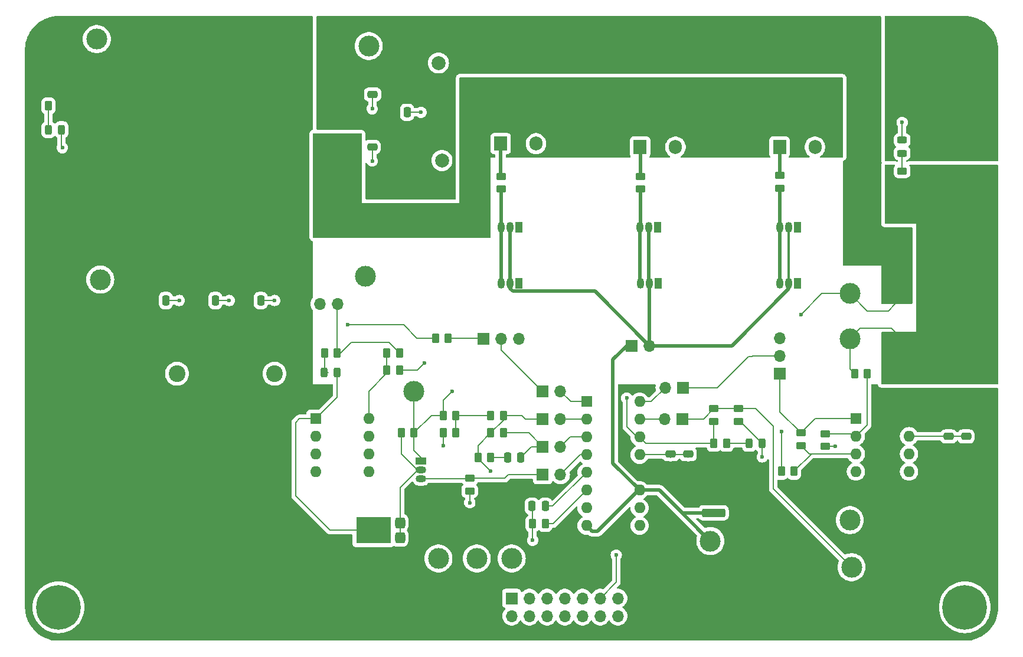
<source format=gtl>
G04 #@! TF.GenerationSoftware,KiCad,Pcbnew,8.0.0*
G04 #@! TF.CreationDate,2024-04-26T12:32:38-04:00*
G04 #@! TF.ProjectId,SurgicalLightBoostConverterModule,53757267-6963-4616-9c4c-69676874426f,rev?*
G04 #@! TF.SameCoordinates,Original*
G04 #@! TF.FileFunction,Copper,L1,Top*
G04 #@! TF.FilePolarity,Positive*
%FSLAX46Y46*%
G04 Gerber Fmt 4.6, Leading zero omitted, Abs format (unit mm)*
G04 Created by KiCad (PCBNEW 8.0.0) date 2024-04-26 12:32:38*
%MOMM*%
%LPD*%
G01*
G04 APERTURE LIST*
G04 Aperture macros list*
%AMRoundRect*
0 Rectangle with rounded corners*
0 $1 Rounding radius*
0 $2 $3 $4 $5 $6 $7 $8 $9 X,Y pos of 4 corners*
0 Add a 4 corners polygon primitive as box body*
4,1,4,$2,$3,$4,$5,$6,$7,$8,$9,$2,$3,0*
0 Add four circle primitives for the rounded corners*
1,1,$1+$1,$2,$3*
1,1,$1+$1,$4,$5*
1,1,$1+$1,$6,$7*
1,1,$1+$1,$8,$9*
0 Add four rect primitives between the rounded corners*
20,1,$1+$1,$2,$3,$4,$5,0*
20,1,$1+$1,$4,$5,$6,$7,0*
20,1,$1+$1,$6,$7,$8,$9,0*
20,1,$1+$1,$8,$9,$2,$3,0*%
G04 Aperture macros list end*
G04 #@! TA.AperFunction,SMDPad,CuDef*
%ADD10RoundRect,0.250000X-0.262500X-0.450000X0.262500X-0.450000X0.262500X0.450000X-0.262500X0.450000X0*%
G04 #@! TD*
G04 #@! TA.AperFunction,ComponentPad*
%ADD11R,1.700000X1.700000*%
G04 #@! TD*
G04 #@! TA.AperFunction,ComponentPad*
%ADD12O,1.700000X1.700000*%
G04 #@! TD*
G04 #@! TA.AperFunction,ComponentPad*
%ADD13R,1.600000X1.600000*%
G04 #@! TD*
G04 #@! TA.AperFunction,ComponentPad*
%ADD14O,1.600000X1.600000*%
G04 #@! TD*
G04 #@! TA.AperFunction,ComponentPad*
%ADD15R,1.050000X1.500000*%
G04 #@! TD*
G04 #@! TA.AperFunction,ComponentPad*
%ADD16O,1.050000X1.500000*%
G04 #@! TD*
G04 #@! TA.AperFunction,ComponentPad*
%ADD17C,3.000000*%
G04 #@! TD*
G04 #@! TA.AperFunction,SMDPad,CuDef*
%ADD18RoundRect,0.250000X-0.450000X0.262500X-0.450000X-0.262500X0.450000X-0.262500X0.450000X0.262500X0*%
G04 #@! TD*
G04 #@! TA.AperFunction,ComponentPad*
%ADD19R,1.905000X2.000000*%
G04 #@! TD*
G04 #@! TA.AperFunction,ComponentPad*
%ADD20O,1.905000X2.000000*%
G04 #@! TD*
G04 #@! TA.AperFunction,SMDPad,CuDef*
%ADD21RoundRect,0.250000X0.262500X0.450000X-0.262500X0.450000X-0.262500X-0.450000X0.262500X-0.450000X0*%
G04 #@! TD*
G04 #@! TA.AperFunction,SMDPad,CuDef*
%ADD22RoundRect,0.250000X0.450000X-0.262500X0.450000X0.262500X-0.450000X0.262500X-0.450000X-0.262500X0*%
G04 #@! TD*
G04 #@! TA.AperFunction,ComponentPad*
%ADD23R,2.400000X2.400000*%
G04 #@! TD*
G04 #@! TA.AperFunction,ComponentPad*
%ADD24C,2.400000*%
G04 #@! TD*
G04 #@! TA.AperFunction,SMDPad,CuDef*
%ADD25RoundRect,0.250000X0.475000X-0.250000X0.475000X0.250000X-0.475000X0.250000X-0.475000X-0.250000X0*%
G04 #@! TD*
G04 #@! TA.AperFunction,SMDPad,CuDef*
%ADD26RoundRect,0.250000X0.250000X0.475000X-0.250000X0.475000X-0.250000X-0.475000X0.250000X-0.475000X0*%
G04 #@! TD*
G04 #@! TA.AperFunction,SMDPad,CuDef*
%ADD27RoundRect,0.250000X-1.425000X0.362500X-1.425000X-0.362500X1.425000X-0.362500X1.425000X0.362500X0*%
G04 #@! TD*
G04 #@! TA.AperFunction,SMDPad,CuDef*
%ADD28RoundRect,0.243750X-0.456250X0.243750X-0.456250X-0.243750X0.456250X-0.243750X0.456250X0.243750X0*%
G04 #@! TD*
G04 #@! TA.AperFunction,ComponentPad*
%ADD29R,1.500000X1.050000*%
G04 #@! TD*
G04 #@! TA.AperFunction,ComponentPad*
%ADD30O,1.500000X1.050000*%
G04 #@! TD*
G04 #@! TA.AperFunction,SMDPad,CuDef*
%ADD31RoundRect,0.250000X-0.250000X-0.475000X0.250000X-0.475000X0.250000X0.475000X-0.250000X0.475000X0*%
G04 #@! TD*
G04 #@! TA.AperFunction,SMDPad,CuDef*
%ADD32RoundRect,0.360000X-0.440000X0.360000X-0.440000X-0.360000X0.440000X-0.360000X0.440000X0.360000X0*%
G04 #@! TD*
G04 #@! TA.AperFunction,SMDPad,CuDef*
%ADD33R,3.800000X4.960000*%
G04 #@! TD*
G04 #@! TA.AperFunction,ComponentPad*
%ADD34C,5.200000*%
G04 #@! TD*
G04 #@! TA.AperFunction,SMDPad,CuDef*
%ADD35RoundRect,0.360000X-0.360000X-0.440000X0.360000X-0.440000X0.360000X0.440000X-0.360000X0.440000X0*%
G04 #@! TD*
G04 #@! TA.AperFunction,SMDPad,CuDef*
%ADD36R,4.960000X3.800000*%
G04 #@! TD*
G04 #@! TA.AperFunction,SMDPad,CuDef*
%ADD37RoundRect,0.250000X-0.475000X0.250000X-0.475000X-0.250000X0.475000X-0.250000X0.475000X0.250000X0*%
G04 #@! TD*
G04 #@! TA.AperFunction,ComponentPad*
%ADD38R,2.000000X2.000000*%
G04 #@! TD*
G04 #@! TA.AperFunction,ComponentPad*
%ADD39C,2.000000*%
G04 #@! TD*
G04 #@! TA.AperFunction,ComponentPad*
%ADD40C,3.600000*%
G04 #@! TD*
G04 #@! TA.AperFunction,ConnectorPad*
%ADD41C,6.400000*%
G04 #@! TD*
G04 #@! TA.AperFunction,SMDPad,CuDef*
%ADD42RoundRect,0.243750X0.243750X0.456250X-0.243750X0.456250X-0.243750X-0.456250X0.243750X-0.456250X0*%
G04 #@! TD*
G04 #@! TA.AperFunction,ComponentPad*
%ADD43RoundRect,0.750000X0.750000X-0.750000X0.750000X0.750000X-0.750000X0.750000X-0.750000X-0.750000X0*%
G04 #@! TD*
G04 #@! TA.AperFunction,ViaPad*
%ADD44C,0.600000*%
G04 #@! TD*
G04 #@! TA.AperFunction,ViaPad*
%ADD45C,1.500000*%
G04 #@! TD*
G04 #@! TA.AperFunction,Conductor*
%ADD46C,0.177800*%
G04 #@! TD*
G04 #@! TA.AperFunction,Conductor*
%ADD47C,0.153000*%
G04 #@! TD*
G04 #@! TA.AperFunction,Conductor*
%ADD48C,0.200000*%
G04 #@! TD*
G04 #@! TA.AperFunction,Conductor*
%ADD49C,0.500000*%
G04 #@! TD*
G04 #@! TA.AperFunction,Conductor*
%ADD50C,0.345000*%
G04 #@! TD*
G04 APERTURE END LIST*
D10*
X87000000Y-80000000D03*
X88825000Y-80000000D03*
X72087500Y-71000000D03*
X73912500Y-71000000D03*
D11*
X107230000Y-67500000D03*
D12*
X109770000Y-67500000D03*
D10*
X80175000Y-77500000D03*
X82000000Y-77500000D03*
D13*
X100735000Y-75500000D03*
D14*
X100735000Y-78040000D03*
X100735000Y-80580000D03*
X100735000Y-83120000D03*
X100735000Y-85660000D03*
X100735000Y-88200000D03*
X100735000Y-90740000D03*
X100735000Y-93280000D03*
X108355000Y-93280000D03*
X108355000Y-90740000D03*
X108355000Y-88200000D03*
X108355000Y-85660000D03*
X108355000Y-83120000D03*
X108355000Y-80580000D03*
X108355000Y-78040000D03*
X108355000Y-75500000D03*
D15*
X91000000Y-50500000D03*
D16*
X89730000Y-50500000D03*
X88460000Y-50500000D03*
D17*
X76000000Y-74000000D03*
D18*
X122500000Y-76500000D03*
X122500000Y-78325000D03*
D19*
X128420000Y-39000000D03*
D20*
X130960000Y-39000000D03*
X133500000Y-39000000D03*
D21*
X130500000Y-85500000D03*
X128675000Y-85500000D03*
D22*
X88500000Y-45000000D03*
X88500000Y-43175000D03*
D21*
X65000000Y-68500000D03*
X63175000Y-68500000D03*
D23*
X37000000Y-71500000D03*
D24*
X42000000Y-71500000D03*
D17*
X138500000Y-66500000D03*
D25*
X112825000Y-84950000D03*
X112825000Y-83050000D03*
D10*
X119000000Y-81500000D03*
X120825000Y-81500000D03*
D26*
X94825000Y-90500000D03*
X92925000Y-90500000D03*
D15*
X131040000Y-58500000D03*
D16*
X129770000Y-58500000D03*
X128500000Y-58500000D03*
D27*
X118962500Y-85537500D03*
X118962500Y-91462500D03*
D28*
X146000000Y-38000000D03*
X146000000Y-39875000D03*
D29*
X77000000Y-84000000D03*
D30*
X77000000Y-85270000D03*
X77000000Y-86540000D03*
D22*
X108460000Y-45000000D03*
X108460000Y-43175000D03*
D25*
X115325000Y-84950000D03*
X115325000Y-83050000D03*
D21*
X25390000Y-33087500D03*
X23565000Y-33087500D03*
D31*
X52100000Y-61000000D03*
X54000000Y-61000000D03*
D17*
X138750000Y-99250000D03*
D22*
X146000000Y-44287500D03*
X146000000Y-42462500D03*
D32*
X105840000Y-29830000D03*
X107970000Y-29830000D03*
D33*
X106905000Y-26030000D03*
D34*
X35350000Y-41000000D03*
X64650000Y-41000000D03*
D35*
X73980000Y-95015000D03*
X73980000Y-92885000D03*
D36*
X70180000Y-93950000D03*
D17*
X30500000Y-23500000D03*
D18*
X84000000Y-86500000D03*
X84000000Y-88325000D03*
D15*
X91040000Y-58500000D03*
D16*
X89770000Y-58500000D03*
X88500000Y-58500000D03*
D13*
X61880000Y-77960000D03*
D14*
X61880000Y-80500000D03*
X61880000Y-83040000D03*
X61880000Y-85580000D03*
X69500000Y-85580000D03*
X69500000Y-83040000D03*
X69500000Y-80500000D03*
X69500000Y-77960000D03*
D31*
X38500000Y-61000000D03*
X40400000Y-61000000D03*
D15*
X110960000Y-50500000D03*
D16*
X109690000Y-50500000D03*
X108420000Y-50500000D03*
D32*
X99290000Y-29830000D03*
X101420000Y-29830000D03*
D33*
X100355000Y-26030000D03*
D10*
X87000000Y-77500000D03*
X88825000Y-77500000D03*
D37*
X155180000Y-78600000D03*
X155180000Y-80500000D03*
D11*
X94460000Y-86000000D03*
D12*
X97000000Y-86000000D03*
D22*
X135000000Y-81912500D03*
X135000000Y-80087500D03*
D11*
X114500000Y-78000000D03*
D12*
X111960000Y-78000000D03*
D17*
X85000000Y-98000000D03*
X79500000Y-98000000D03*
D11*
X94460000Y-78000000D03*
D12*
X97000000Y-78000000D03*
D17*
X69000000Y-57500000D03*
D22*
X119000000Y-78325000D03*
X119000000Y-76500000D03*
D17*
X90000000Y-98000000D03*
D22*
X128460000Y-44912500D03*
X128460000Y-43087500D03*
D38*
X75000000Y-40923959D03*
D39*
X80000000Y-40923959D03*
D15*
X131000000Y-50500000D03*
D16*
X129730000Y-50500000D03*
X128460000Y-50500000D03*
D11*
X128500000Y-71525000D03*
D12*
X128500000Y-68985000D03*
X128500000Y-66445000D03*
D21*
X76000000Y-80000000D03*
X74175000Y-80000000D03*
D17*
X69500000Y-24500000D03*
D11*
X86000000Y-66500000D03*
D12*
X88540000Y-66500000D03*
X91080000Y-66500000D03*
D11*
X114540000Y-73500000D03*
D12*
X112000000Y-73500000D03*
D11*
X59975000Y-61500000D03*
D12*
X62515000Y-61500000D03*
X65055000Y-61500000D03*
D40*
X25000000Y-105000000D03*
D41*
X25000000Y-105000000D03*
D42*
X125937500Y-81500000D03*
X124062500Y-81500000D03*
D19*
X88420000Y-38500000D03*
D20*
X90960000Y-38500000D03*
X93500000Y-38500000D03*
D17*
X31000000Y-58000000D03*
D31*
X45600000Y-61000000D03*
X47500000Y-61000000D03*
D42*
X65000000Y-71350000D03*
X63125000Y-71350000D03*
D11*
X94460000Y-82000000D03*
D12*
X97000000Y-82000000D03*
D17*
X25500000Y-47500000D03*
D10*
X79087500Y-66412500D03*
X80912500Y-66412500D03*
D11*
X94460000Y-74000000D03*
D12*
X97000000Y-74000000D03*
D37*
X70050000Y-29550000D03*
X70050000Y-31450000D03*
D21*
X73912500Y-68500000D03*
X72087500Y-68500000D03*
D43*
X152500000Y-66100000D03*
X152500000Y-58500000D03*
D17*
X152500000Y-39000000D03*
X152500000Y-31400000D03*
D15*
X111040000Y-58500000D03*
D16*
X109770000Y-58500000D03*
X108500000Y-58500000D03*
D40*
X155000000Y-25000000D03*
D41*
X155000000Y-25000000D03*
D32*
X92935000Y-29780000D03*
X95065000Y-29780000D03*
D33*
X94000000Y-25980000D03*
D27*
X145000000Y-60500000D03*
X145000000Y-66425000D03*
D31*
X73100000Y-34000000D03*
X75000000Y-34000000D03*
D37*
X152680000Y-78600000D03*
X152680000Y-80500000D03*
D38*
X74500000Y-26923959D03*
D39*
X79500000Y-26923959D03*
D10*
X139175000Y-71500000D03*
X141000000Y-71500000D03*
D40*
X25000000Y-25000000D03*
D41*
X25000000Y-25000000D03*
D17*
X138500000Y-60000000D03*
D31*
X89425000Y-83500000D03*
X91325000Y-83500000D03*
D13*
X139380000Y-77920000D03*
D14*
X139380000Y-80460000D03*
X139380000Y-83000000D03*
X139380000Y-85540000D03*
X147000000Y-85540000D03*
X147000000Y-83000000D03*
X147000000Y-80460000D03*
X147000000Y-77920000D03*
D40*
X155000000Y-105000000D03*
D41*
X155000000Y-105000000D03*
D18*
X131500000Y-80000000D03*
X131500000Y-81825000D03*
D23*
X51000000Y-71500000D03*
D24*
X56000000Y-71500000D03*
D19*
X108420000Y-39000000D03*
D20*
X110960000Y-39000000D03*
X113500000Y-39000000D03*
D21*
X82000000Y-80000000D03*
X80175000Y-80000000D03*
D10*
X85175000Y-83500000D03*
X87000000Y-83500000D03*
D37*
X70000000Y-37100000D03*
X70000000Y-39000000D03*
D17*
X146500000Y-25000000D03*
X118500000Y-95500000D03*
D32*
X112385000Y-29830000D03*
X114515000Y-29830000D03*
D33*
X113450000Y-26030000D03*
D17*
X138500000Y-92500000D03*
D21*
X94825000Y-93000000D03*
X93000000Y-93000000D03*
D42*
X25437500Y-36500000D03*
X23562500Y-36500000D03*
D11*
X90000000Y-103710000D03*
D12*
X90000000Y-106250000D03*
X92540000Y-103710000D03*
X92540000Y-106250000D03*
X95080000Y-103710000D03*
X95080000Y-106250000D03*
X97620000Y-103710000D03*
X97620000Y-106250000D03*
X100160000Y-103710000D03*
X100160000Y-106250000D03*
X102700000Y-103710000D03*
X102700000Y-106250000D03*
X105240000Y-103710000D03*
X105240000Y-106250000D03*
D44*
X125937500Y-83437500D03*
X93000000Y-95400000D03*
X77000000Y-34000000D03*
X56000000Y-61000000D03*
X80175000Y-81825000D03*
X70000000Y-33500000D03*
X136412500Y-81912500D03*
X49500000Y-61000000D03*
X84000000Y-90000000D03*
X25565000Y-39087500D03*
X70000000Y-41000000D03*
X42323959Y-61000000D03*
X146000000Y-35462500D03*
X77500000Y-70000000D03*
D45*
X149000000Y-75000000D03*
D44*
X131500000Y-63000000D03*
X128675000Y-79825000D03*
X81500000Y-74000000D03*
X106500000Y-75000000D03*
X105000000Y-97500000D03*
X87000000Y-85500000D03*
X66500000Y-64500000D03*
D46*
X73912500Y-71000000D02*
X76500000Y-71000000D01*
X54000000Y-61000000D02*
X54500000Y-61000000D01*
X114945000Y-83120000D02*
X115325000Y-83500000D01*
X76500000Y-71000000D02*
X77500000Y-70000000D01*
X25437500Y-36500000D02*
X25437500Y-38960000D01*
X70000000Y-39000000D02*
X70000000Y-41000000D01*
X122762500Y-78325000D02*
X125937500Y-81500000D01*
X136412500Y-81912500D02*
X135000000Y-81912500D01*
X122500000Y-78325000D02*
X122762500Y-78325000D01*
X80175000Y-81825000D02*
X80175000Y-80000000D01*
X147000000Y-80460000D02*
X155140000Y-80460000D01*
X125937500Y-83437500D02*
X125937500Y-81500000D01*
X47500000Y-61000000D02*
X49500000Y-61000000D01*
X93000000Y-95400000D02*
X93000000Y-93000000D01*
X40400000Y-61000000D02*
X42323959Y-61000000D01*
X54500000Y-61000000D02*
X56000000Y-61000000D01*
X84000000Y-88325000D02*
X84000000Y-90000000D01*
X108355000Y-83120000D02*
X114945000Y-83120000D01*
X70050000Y-31450000D02*
X70050000Y-33450000D01*
X146000000Y-38000000D02*
X146000000Y-35462500D01*
X25437500Y-38960000D02*
X25565000Y-39087500D01*
X155140000Y-80460000D02*
X155180000Y-80500000D01*
X70050000Y-33450000D02*
X70000000Y-33500000D01*
X75000000Y-34000000D02*
X77000000Y-34000000D01*
D47*
X112445000Y-83120000D02*
X112825000Y-83500000D01*
D46*
X93000000Y-93000000D02*
X93000000Y-90575000D01*
X95895000Y-90500000D02*
X100735000Y-85660000D01*
X94825000Y-90500000D02*
X95895000Y-90500000D01*
X23565000Y-33087500D02*
X23565000Y-36497500D01*
X23565000Y-36497500D02*
X23562500Y-36500000D01*
X146000000Y-39875000D02*
X146000000Y-42462500D01*
X120825000Y-81500000D02*
X124062500Y-81500000D01*
D48*
X141000000Y-62500000D02*
X138500000Y-60000000D01*
X145000000Y-61500000D02*
X144000000Y-62500000D01*
X145000000Y-60500000D02*
X145000000Y-61500000D01*
X72412500Y-67000000D02*
X67000000Y-67000000D01*
X65000000Y-68500000D02*
X65000000Y-61945000D01*
X65500000Y-61945000D02*
X65055000Y-61500000D01*
X134500000Y-60000000D02*
X131500000Y-63000000D01*
X73912500Y-68500000D02*
X72412500Y-67000000D01*
X65500000Y-68500000D02*
X65000000Y-68500000D01*
X67000000Y-67000000D02*
X65500000Y-68500000D01*
X144000000Y-62500000D02*
X141000000Y-62500000D01*
X128675000Y-79825000D02*
X128675000Y-85500000D01*
X138500000Y-60000000D02*
X134500000Y-60000000D01*
D46*
X87000000Y-83500000D02*
X89425000Y-83500000D01*
D49*
X128460000Y-50500000D02*
X128460000Y-50960000D01*
X128460000Y-44912500D02*
X128460000Y-50500000D01*
X128500000Y-51000000D02*
X128500000Y-58500000D01*
X128460000Y-50960000D02*
X128500000Y-51000000D01*
D46*
X99880000Y-83120000D02*
X100735000Y-83120000D01*
X97000000Y-86000000D02*
X99880000Y-83120000D01*
X77000000Y-84000000D02*
X77000000Y-83500000D01*
X80175000Y-77500000D02*
X78500000Y-77500000D01*
X108355000Y-80580000D02*
X108420000Y-80580000D01*
X109275000Y-81500000D02*
X108355000Y-80580000D01*
X106500000Y-79131600D02*
X107948400Y-80580000D01*
X119000000Y-81500000D02*
X109275000Y-81500000D01*
X76000000Y-82500000D02*
X76000000Y-80000000D01*
X81500000Y-74000000D02*
X80175000Y-75325000D01*
X77000000Y-83500000D02*
X76000000Y-82500000D01*
X119000000Y-78325000D02*
X119000000Y-81500000D01*
X78500000Y-77500000D02*
X76000000Y-80000000D01*
X106500000Y-75000000D02*
X106500000Y-79131600D01*
X76000000Y-74000000D02*
X76000000Y-80000000D01*
X80175000Y-75325000D02*
X80175000Y-77500000D01*
X107948400Y-80580000D02*
X108355000Y-80580000D01*
X108420000Y-80580000D02*
X108500000Y-80500000D01*
X72087500Y-71412500D02*
X69500000Y-74000000D01*
X72087500Y-71000000D02*
X72087500Y-71412500D01*
X69500000Y-74000000D02*
X69500000Y-77960000D01*
X72087500Y-68500000D02*
X72087500Y-71000000D01*
D48*
X97540000Y-78040000D02*
X100735000Y-78040000D01*
X97000000Y-78000000D02*
X97500000Y-78000000D01*
X97500000Y-78000000D02*
X97540000Y-78040000D01*
X98500000Y-75500000D02*
X100735000Y-75500000D01*
X97000000Y-74000000D02*
X98500000Y-75500000D01*
D46*
X98420000Y-80580000D02*
X97000000Y-82000000D01*
X100735000Y-80580000D02*
X98420000Y-80580000D01*
X100655000Y-80500000D02*
X100735000Y-80580000D01*
X95935000Y-93000000D02*
X94825000Y-93000000D01*
X100735000Y-88200000D02*
X95935000Y-93000000D01*
X131500000Y-81825000D02*
X132675000Y-83000000D01*
X132675000Y-83000000D02*
X139380000Y-83000000D01*
X139380000Y-83000000D02*
X133000000Y-83000000D01*
X133000000Y-83000000D02*
X130500000Y-85500000D01*
D48*
X111960000Y-78000000D02*
X108395000Y-78000000D01*
X108395000Y-78000000D02*
X108355000Y-78040000D01*
D46*
X141000000Y-71500000D02*
X141000000Y-78840000D01*
X141000000Y-78840000D02*
X139380000Y-80460000D01*
X139007500Y-80087500D02*
X139380000Y-80460000D01*
X135000000Y-80087500D02*
X139007500Y-80087500D01*
D48*
X112000000Y-73500000D02*
X110000000Y-75500000D01*
X110000000Y-75500000D02*
X108355000Y-75500000D01*
X105000000Y-97500000D02*
X105000000Y-101410000D01*
X105000000Y-101410000D02*
X102700000Y-103710000D01*
D46*
X63675000Y-71300000D02*
X63625000Y-71350000D01*
X63175000Y-68500000D02*
X63175000Y-71300000D01*
X61880000Y-77960000D02*
X59540000Y-77960000D01*
X59000000Y-89000000D02*
X63950000Y-93950000D01*
X65000000Y-71350000D02*
X65000000Y-74840000D01*
X59540000Y-77960000D02*
X59000000Y-78500000D01*
X63950000Y-93950000D02*
X70180000Y-93950000D01*
X65000000Y-74840000D02*
X61880000Y-77960000D01*
X59000000Y-78500000D02*
X59000000Y-89000000D01*
X76461600Y-85270000D02*
X77000000Y-85270000D01*
X73980000Y-95015000D02*
X73980000Y-87812200D01*
X74175000Y-82983400D02*
X76461600Y-85270000D01*
X73980000Y-87812200D02*
X76522200Y-85270000D01*
X74175000Y-80000000D02*
X74175000Y-82983400D01*
X76522200Y-85270000D02*
X77000000Y-85270000D01*
D48*
X138500000Y-66500000D02*
X138500000Y-70825000D01*
X138500000Y-66500000D02*
X138500000Y-67000000D01*
X145000000Y-65500000D02*
X144500000Y-65000000D01*
X145000000Y-66425000D02*
X145000000Y-65500000D01*
X138500000Y-67000000D02*
X138000000Y-67500000D01*
X140000000Y-65000000D02*
X138500000Y-66500000D01*
X144500000Y-65000000D02*
X140000000Y-65000000D01*
X138500000Y-70825000D02*
X139175000Y-71500000D01*
D49*
X111200000Y-88200000D02*
X118500000Y-95500000D01*
X108200000Y-88200000D02*
X102320001Y-94079999D01*
X107230000Y-67500000D02*
X106500000Y-67500000D01*
X104500000Y-69500000D02*
X104500000Y-84345000D01*
X108355000Y-88200000D02*
X111200000Y-88200000D01*
X106500000Y-67500000D02*
X104500000Y-69500000D01*
X114462500Y-91462500D02*
X111200000Y-88200000D01*
X108355000Y-88200000D02*
X108200000Y-88200000D01*
X118962500Y-91462500D02*
X114462500Y-91462500D01*
X104500000Y-84345000D02*
X108355000Y-88200000D01*
X102320001Y-94079999D02*
X101534999Y-94079999D01*
X101534999Y-94079999D02*
X100735000Y-93280000D01*
D46*
X88540000Y-68080000D02*
X94460000Y-74000000D01*
X88540000Y-66500000D02*
X88540000Y-68080000D01*
D49*
X88500000Y-45000000D02*
X88500000Y-50460000D01*
X88460000Y-50500000D02*
X88460000Y-58460000D01*
X88460000Y-58460000D02*
X88500000Y-58500000D01*
X88500000Y-50460000D02*
X88460000Y-50500000D01*
X108420000Y-58420000D02*
X108500000Y-58500000D01*
X108420000Y-50500000D02*
X108420000Y-58420000D01*
X108460000Y-50460000D02*
X108420000Y-50500000D01*
X108460000Y-45000000D02*
X108460000Y-50460000D01*
X88420000Y-38500000D02*
X88420000Y-43095000D01*
X88420000Y-43095000D02*
X88500000Y-43175000D01*
X108460000Y-39040000D02*
X108420000Y-39000000D01*
X108460000Y-43175000D02*
X108460000Y-39040000D01*
X128460000Y-39040000D02*
X128420000Y-39000000D01*
X128460000Y-43087500D02*
X128460000Y-39040000D01*
D46*
X87000000Y-80000000D02*
X85175000Y-81825000D01*
X85175000Y-83500000D02*
X85175000Y-83675000D01*
X88825000Y-78175000D02*
X87000000Y-80000000D01*
X91500000Y-77500000D02*
X92000000Y-78000000D01*
X85175000Y-81825000D02*
X85175000Y-83500000D01*
X88825000Y-77500000D02*
X91500000Y-77500000D01*
X92000000Y-78000000D02*
X94460000Y-78000000D01*
X88825000Y-77500000D02*
X88825000Y-78175000D01*
X85175000Y-83675000D02*
X87000000Y-85500000D01*
D50*
X129730000Y-50500000D02*
X129730000Y-51000000D01*
D49*
X90177800Y-59677800D02*
X89770000Y-59270000D01*
X129770000Y-59300000D02*
X129770000Y-58500000D01*
X109690000Y-58420000D02*
X109770000Y-58500000D01*
X89730000Y-50500000D02*
X89730000Y-58460000D01*
X109690000Y-50500000D02*
X109690000Y-58420000D01*
X109770000Y-58500000D02*
X109770000Y-67500000D01*
D50*
X129730000Y-51000000D02*
X129770000Y-51040000D01*
D49*
X101947800Y-59677800D02*
X90177800Y-59677800D01*
D50*
X129770000Y-51040000D02*
X129770000Y-58500000D01*
D49*
X109770000Y-67500000D02*
X101947800Y-59677800D01*
X109770000Y-67500000D02*
X121570000Y-67500000D01*
X89730000Y-58460000D02*
X89770000Y-58500000D01*
X121570000Y-67500000D02*
X129770000Y-59300000D01*
D50*
X129730000Y-51145000D02*
X129730000Y-50500000D01*
D49*
X89770000Y-59270000D02*
X89770000Y-58500000D01*
D46*
X92825000Y-82000000D02*
X94460000Y-82000000D01*
X91325000Y-83500000D02*
X92825000Y-82000000D01*
X88825000Y-80000000D02*
X92460000Y-80000000D01*
X92460000Y-80000000D02*
X94460000Y-82000000D01*
X77000000Y-86540000D02*
X83960000Y-86540000D01*
X89500000Y-86000000D02*
X89000000Y-86500000D01*
X94460000Y-86000000D02*
X89500000Y-86000000D01*
X83960000Y-86540000D02*
X84000000Y-86500000D01*
X89000000Y-86500000D02*
X84000000Y-86500000D01*
X122500000Y-76500000D02*
X125000000Y-76500000D01*
X127500000Y-79000000D02*
X127500000Y-88000000D01*
X119000000Y-76500000D02*
X122500000Y-76500000D01*
X117500000Y-78000000D02*
X119000000Y-76500000D01*
X114500000Y-78000000D02*
X117500000Y-78000000D01*
X125000000Y-76500000D02*
X127500000Y-79000000D01*
X127500000Y-88000000D02*
X138750000Y-99250000D01*
X85912500Y-66412500D02*
X86000000Y-66500000D01*
X80912500Y-66412500D02*
X85912500Y-66412500D01*
X87000000Y-77500000D02*
X82000000Y-77500000D01*
X82000000Y-80000000D02*
X82000000Y-77500000D01*
X139380000Y-77920000D02*
X133580000Y-77920000D01*
X128500000Y-77000000D02*
X131500000Y-80000000D01*
X133580000Y-77920000D02*
X131500000Y-80000000D01*
X128500000Y-71525000D02*
X128500000Y-77000000D01*
X74500000Y-64500000D02*
X74000000Y-64500000D01*
X76412500Y-66412500D02*
X74500000Y-64500000D01*
X79087500Y-66412500D02*
X76412500Y-66412500D01*
X74000000Y-64500000D02*
X66500000Y-64500000D01*
X124515000Y-68985000D02*
X128500000Y-68985000D01*
X124000000Y-69000000D02*
X124500000Y-69000000D01*
X124500000Y-69000000D02*
X124515000Y-68985000D01*
X114540000Y-73500000D02*
X119500000Y-73500000D01*
X119500000Y-73500000D02*
X124000000Y-69000000D01*
G04 #@! TA.AperFunction,Conductor*
G36*
X155002702Y-20200617D02*
G01*
X155412917Y-20218528D01*
X155423654Y-20219468D01*
X155828057Y-20272708D01*
X155838695Y-20274583D01*
X156236925Y-20362869D01*
X156247365Y-20365667D01*
X156636363Y-20488317D01*
X156646524Y-20492015D01*
X157023363Y-20648108D01*
X157033155Y-20652674D01*
X157394965Y-20841020D01*
X157404305Y-20846413D01*
X157689636Y-21028189D01*
X157748309Y-21065568D01*
X157757170Y-21071772D01*
X158080766Y-21320076D01*
X158089053Y-21327030D01*
X158389767Y-21602583D01*
X158397416Y-21610232D01*
X158672969Y-21910946D01*
X158679923Y-21919233D01*
X158928227Y-22242829D01*
X158934431Y-22251690D01*
X159153578Y-22595680D01*
X159158987Y-22605048D01*
X159347322Y-22966838D01*
X159351894Y-22976642D01*
X159507983Y-23353473D01*
X159511683Y-23363639D01*
X159634331Y-23752630D01*
X159637131Y-23763078D01*
X159725414Y-24161296D01*
X159727292Y-24171950D01*
X159780529Y-24576326D01*
X159781472Y-24587102D01*
X159799382Y-24997297D01*
X159799500Y-25002706D01*
X159799500Y-40862500D01*
X159779815Y-40929539D01*
X159727011Y-40975294D01*
X159675500Y-40986500D01*
X147122024Y-40986500D01*
X147103756Y-40986825D01*
X147098147Y-40987025D01*
X147094866Y-40987143D01*
X147078851Y-40988001D01*
X147076563Y-40988124D01*
X146933752Y-41019191D01*
X146868283Y-41043610D01*
X146868275Y-41043613D01*
X146780825Y-41091364D01*
X146712552Y-41106215D01*
X146647088Y-41081797D01*
X146605218Y-41025863D01*
X146597400Y-40982531D01*
X146597400Y-40953992D01*
X146617085Y-40886953D01*
X146669889Y-40841198D01*
X146682385Y-40836290D01*
X146776329Y-40805161D01*
X146925998Y-40712844D01*
X147050344Y-40588498D01*
X147142661Y-40438829D01*
X147197974Y-40271904D01*
X147208500Y-40168875D01*
X147208499Y-39581126D01*
X147197974Y-39478096D01*
X147142661Y-39311171D01*
X147050344Y-39161502D01*
X146925998Y-39037156D01*
X146925994Y-39037153D01*
X146922977Y-39034768D01*
X146921441Y-39032599D01*
X146920891Y-39032049D01*
X146920985Y-39031954D01*
X146882599Y-38977746D01*
X146879459Y-38907947D01*
X146914554Y-38847531D01*
X146922977Y-38840232D01*
X146925988Y-38837849D01*
X146925998Y-38837844D01*
X147050344Y-38713498D01*
X147142661Y-38563829D01*
X147197974Y-38396904D01*
X147208500Y-38293875D01*
X147208499Y-37706126D01*
X147197974Y-37603096D01*
X147142661Y-37436171D01*
X147050344Y-37286502D01*
X146925998Y-37162156D01*
X146776329Y-37069839D01*
X146682395Y-37038712D01*
X146624951Y-36998940D01*
X146598128Y-36934424D01*
X146597400Y-36921007D01*
X146597400Y-36059854D01*
X146617085Y-35992815D01*
X146633719Y-35972173D01*
X146636111Y-35969781D01*
X146733043Y-35815515D01*
X146793217Y-35643547D01*
X146813616Y-35462500D01*
X146793217Y-35281453D01*
X146733043Y-35109485D01*
X146636111Y-34955219D01*
X146507281Y-34826389D01*
X146353015Y-34729457D01*
X146298693Y-34710449D01*
X146181046Y-34669282D01*
X146181041Y-34669281D01*
X146000004Y-34648884D01*
X145999996Y-34648884D01*
X145818958Y-34669281D01*
X145818953Y-34669282D01*
X145646982Y-34729458D01*
X145492718Y-34826389D01*
X145363889Y-34955218D01*
X145266958Y-35109482D01*
X145206782Y-35281453D01*
X145206781Y-35281458D01*
X145186384Y-35462496D01*
X145186384Y-35462503D01*
X145206781Y-35643541D01*
X145206782Y-35643546D01*
X145266958Y-35815517D01*
X145363889Y-35969781D01*
X145366281Y-35972173D01*
X145367332Y-35974098D01*
X145368230Y-35975224D01*
X145368032Y-35975381D01*
X145399766Y-36033496D01*
X145402600Y-36059854D01*
X145402600Y-36921007D01*
X145382915Y-36988046D01*
X145330111Y-37033801D01*
X145317604Y-37038713D01*
X145223673Y-37069838D01*
X145223668Y-37069840D01*
X145074000Y-37162157D01*
X144949657Y-37286500D01*
X144857340Y-37436168D01*
X144857337Y-37436175D01*
X144802025Y-37603097D01*
X144791500Y-37706117D01*
X144791500Y-38293867D01*
X144791501Y-38293883D01*
X144802026Y-38396905D01*
X144857338Y-38563826D01*
X144857340Y-38563831D01*
X144949657Y-38713499D01*
X145074002Y-38837844D01*
X145077028Y-38840237D01*
X145078563Y-38842405D01*
X145079109Y-38842951D01*
X145079015Y-38843044D01*
X145117402Y-38897260D01*
X145120538Y-38967059D01*
X145085440Y-39027474D01*
X145077028Y-39034763D01*
X145074002Y-39037155D01*
X144949657Y-39161500D01*
X144857340Y-39311168D01*
X144857337Y-39311175D01*
X144802025Y-39478097D01*
X144791500Y-39581117D01*
X144791500Y-40168867D01*
X144791501Y-40168883D01*
X144802026Y-40271902D01*
X144802026Y-40271904D01*
X144857339Y-40438829D01*
X144949656Y-40588498D01*
X145074002Y-40712844D01*
X145223671Y-40805161D01*
X145317604Y-40836287D01*
X145375048Y-40876058D01*
X145401872Y-40940573D01*
X145402600Y-40953992D01*
X145402600Y-40976950D01*
X145382915Y-41043989D01*
X145330111Y-41089744D01*
X145260953Y-41099688D01*
X145227088Y-41089744D01*
X145089675Y-41026988D01*
X145089670Y-41026986D01*
X145089669Y-41026986D01*
X145044976Y-41013862D01*
X145022627Y-41007300D01*
X144959583Y-40998236D01*
X144877956Y-40986500D01*
X143624000Y-40986500D01*
X143556961Y-40966815D01*
X143511206Y-40914011D01*
X143500000Y-40862500D01*
X143500000Y-20324500D01*
X143519685Y-20257461D01*
X143572489Y-20211706D01*
X143624000Y-20200500D01*
X154960118Y-20200500D01*
X154997294Y-20200500D01*
X155002702Y-20200617D01*
G37*
G04 #@! TD.AperFunction*
G04 #@! TA.AperFunction,Conductor*
G36*
X144944995Y-41519685D02*
G01*
X144990750Y-41572489D01*
X145000694Y-41641647D01*
X144971669Y-41705203D01*
X144965637Y-41711681D01*
X144950971Y-41726346D01*
X144857886Y-41877259D01*
X144857884Y-41877264D01*
X144802113Y-42045572D01*
X144791500Y-42149447D01*
X144791500Y-42775537D01*
X144791501Y-42775553D01*
X144802113Y-42879426D01*
X144857885Y-43047738D01*
X144950970Y-43198652D01*
X145076348Y-43324030D01*
X145227262Y-43417115D01*
X145395574Y-43472887D01*
X145499455Y-43483500D01*
X146500544Y-43483499D01*
X146604426Y-43472887D01*
X146772738Y-43417115D01*
X146923652Y-43324030D01*
X147049030Y-43198652D01*
X147142115Y-43047738D01*
X147197887Y-42879426D01*
X147208500Y-42775545D01*
X147208499Y-42149456D01*
X147197887Y-42045574D01*
X147142115Y-41877262D01*
X147049030Y-41726348D01*
X147034363Y-41711681D01*
X147000878Y-41650358D01*
X147005862Y-41580666D01*
X147047734Y-41524733D01*
X147113198Y-41500316D01*
X147122044Y-41500000D01*
X159675500Y-41500000D01*
X159742539Y-41519685D01*
X159788294Y-41572489D01*
X159799500Y-41624000D01*
X159799500Y-72876000D01*
X159779815Y-72943039D01*
X159727011Y-72988794D01*
X159675500Y-73000000D01*
X143124000Y-73000000D01*
X143056961Y-72980315D01*
X143011206Y-72927511D01*
X143000000Y-72876000D01*
X143000000Y-65624000D01*
X143019685Y-65556961D01*
X143072489Y-65511206D01*
X143124000Y-65500000D01*
X148000000Y-65500000D01*
X148000000Y-50000000D01*
X143624000Y-50000000D01*
X143556961Y-49980315D01*
X143511206Y-49927511D01*
X143500000Y-49876000D01*
X143500000Y-41624000D01*
X143519685Y-41556961D01*
X143572489Y-41511206D01*
X143624000Y-41500000D01*
X144877956Y-41500000D01*
X144944995Y-41519685D01*
G37*
G04 #@! TD.AperFunction*
G04 #@! TA.AperFunction,Conductor*
G36*
X61443039Y-20220185D02*
G01*
X61488794Y-20272989D01*
X61500000Y-20324500D01*
X61500000Y-36407821D01*
X61480315Y-36474860D01*
X61427511Y-36520615D01*
X61415159Y-36525475D01*
X61359179Y-36544106D01*
X61359173Y-36544109D01*
X61236218Y-36623128D01*
X61236211Y-36623134D01*
X61183418Y-36668879D01*
X61183415Y-36668882D01*
X61087705Y-36779335D01*
X61087701Y-36779341D01*
X61026987Y-36912283D01*
X61007300Y-36979328D01*
X61003410Y-37006383D01*
X60986500Y-37124000D01*
X60986500Y-51876000D01*
X60986501Y-51876009D01*
X60998235Y-51985151D01*
X60998237Y-51985163D01*
X61009443Y-52036673D01*
X61044106Y-52140820D01*
X61044109Y-52140826D01*
X61123128Y-52263781D01*
X61123134Y-52263788D01*
X61168879Y-52316581D01*
X61168882Y-52316584D01*
X61279335Y-52412294D01*
X61279341Y-52412298D01*
X61412293Y-52473017D01*
X61416431Y-52474560D01*
X61415950Y-52475849D01*
X61469689Y-52510363D01*
X61498733Y-52573910D01*
X61500000Y-52591593D01*
X61500000Y-60548385D01*
X61480315Y-60615424D01*
X61467231Y-60632366D01*
X61439276Y-60662734D01*
X61316139Y-60851209D01*
X61225703Y-61057385D01*
X61170436Y-61275628D01*
X61170434Y-61275640D01*
X61151844Y-61499994D01*
X61151844Y-61500005D01*
X61170434Y-61724359D01*
X61170436Y-61724371D01*
X61225703Y-61942614D01*
X61316140Y-62148792D01*
X61439276Y-62337265D01*
X61439278Y-62337268D01*
X61467229Y-62367631D01*
X61498151Y-62430282D01*
X61500000Y-62451613D01*
X61500000Y-73000000D01*
X64278600Y-73000000D01*
X64345639Y-73019685D01*
X64391394Y-73072489D01*
X64402600Y-73124000D01*
X64402600Y-74541186D01*
X64382915Y-74608225D01*
X64366281Y-74628867D01*
X62379968Y-76615181D01*
X62318645Y-76648666D01*
X62292287Y-76651500D01*
X61031345Y-76651500D01*
X60970797Y-76658011D01*
X60970795Y-76658011D01*
X60833795Y-76709111D01*
X60716739Y-76796739D01*
X60629111Y-76913795D01*
X60578011Y-77050795D01*
X60578011Y-77050797D01*
X60571500Y-77111345D01*
X60571500Y-77238600D01*
X60551815Y-77305639D01*
X60499011Y-77351394D01*
X60447500Y-77362600D01*
X59618649Y-77362600D01*
X59461350Y-77362600D01*
X59384269Y-77383254D01*
X59309410Y-77403312D01*
X59309409Y-77403313D01*
X59173190Y-77481958D01*
X59173185Y-77481962D01*
X58633188Y-78021961D01*
X58521963Y-78133185D01*
X58521959Y-78133191D01*
X58443313Y-78269408D01*
X58443312Y-78269412D01*
X58402600Y-78421351D01*
X58402600Y-88921351D01*
X58402600Y-89078649D01*
X58436777Y-89206198D01*
X58443313Y-89230591D01*
X58471618Y-89279616D01*
X58521961Y-89366812D01*
X63471961Y-94316812D01*
X63583188Y-94428039D01*
X63657744Y-94471084D01*
X63719408Y-94506686D01*
X63719409Y-94506686D01*
X63719412Y-94506688D01*
X63871351Y-94547400D01*
X67067500Y-94547400D01*
X67134539Y-94567085D01*
X67180294Y-94619889D01*
X67191500Y-94671400D01*
X67191500Y-95898654D01*
X67198011Y-95959202D01*
X67198011Y-95959204D01*
X67240360Y-96072742D01*
X67249111Y-96096204D01*
X67336739Y-96213261D01*
X67453796Y-96300889D01*
X67590799Y-96351989D01*
X67618050Y-96354918D01*
X67651345Y-96358499D01*
X67651362Y-96358500D01*
X72708638Y-96358500D01*
X72708654Y-96358499D01*
X72735692Y-96355591D01*
X72769201Y-96351989D01*
X72906204Y-96300889D01*
X73023261Y-96213261D01*
X73023263Y-96213257D01*
X73030307Y-96207985D01*
X73095771Y-96183568D01*
X73159712Y-96196163D01*
X73318735Y-96275032D01*
X73502061Y-96320624D01*
X73544476Y-96323500D01*
X73544477Y-96323500D01*
X74415523Y-96323500D01*
X74415524Y-96323500D01*
X74457939Y-96320624D01*
X74641265Y-96275032D01*
X74810504Y-96191097D01*
X74957743Y-96072743D01*
X75076097Y-95925504D01*
X75160032Y-95756265D01*
X75205624Y-95572939D01*
X75208500Y-95530524D01*
X75208500Y-94499476D01*
X75205624Y-94457061D01*
X75160032Y-94273735D01*
X75076097Y-94104496D01*
X75014355Y-94027686D01*
X74987697Y-93963103D01*
X75000187Y-93894359D01*
X75014356Y-93872313D01*
X75028046Y-93855282D01*
X75076097Y-93795504D01*
X75160032Y-93626265D01*
X75205624Y-93442939D01*
X75208500Y-93400524D01*
X75208500Y-92369476D01*
X75205624Y-92327061D01*
X75160032Y-92143735D01*
X75076097Y-91974496D01*
X74957743Y-91827257D01*
X74926463Y-91802113D01*
X74810503Y-91708902D01*
X74646305Y-91627467D01*
X74594992Y-91580046D01*
X74577400Y-91516379D01*
X74577400Y-88111012D01*
X74597085Y-88043973D01*
X74613714Y-88023335D01*
X75654203Y-86982846D01*
X75715524Y-86949363D01*
X75785216Y-86954347D01*
X75841149Y-86996219D01*
X75856440Y-87023069D01*
X75859120Y-87029538D01*
X75859127Y-87029552D01*
X75972227Y-87198817D01*
X75972230Y-87198821D01*
X76116178Y-87342769D01*
X76116182Y-87342772D01*
X76285447Y-87455872D01*
X76285460Y-87455879D01*
X76392416Y-87500181D01*
X76473539Y-87533783D01*
X76673204Y-87573499D01*
X76673207Y-87573500D01*
X76673209Y-87573500D01*
X77326793Y-87573500D01*
X77326794Y-87573499D01*
X77526461Y-87533783D01*
X77678881Y-87470649D01*
X77714539Y-87455879D01*
X77714539Y-87455878D01*
X77714546Y-87455876D01*
X77883818Y-87342772D01*
X78027772Y-87198818D01*
X78031988Y-87192507D01*
X78085601Y-87147704D01*
X78135090Y-87137400D01*
X82820852Y-87137400D01*
X82887891Y-87157085D01*
X82926390Y-87196302D01*
X82950969Y-87236151D01*
X83039637Y-87324819D01*
X83073122Y-87386142D01*
X83068138Y-87455834D01*
X83039637Y-87500181D01*
X82950971Y-87588846D01*
X82857886Y-87739759D01*
X82857884Y-87739764D01*
X82802113Y-87908072D01*
X82791500Y-88011947D01*
X82791500Y-88638037D01*
X82791501Y-88638053D01*
X82802113Y-88741927D01*
X82857884Y-88910235D01*
X82857886Y-88910240D01*
X82887653Y-88958500D01*
X82950970Y-89061152D01*
X83076348Y-89186530D01*
X83227262Y-89279615D01*
X83301028Y-89304058D01*
X83358473Y-89343830D01*
X83385297Y-89408346D01*
X83372982Y-89477122D01*
X83367019Y-89487736D01*
X83266958Y-89646982D01*
X83206782Y-89818953D01*
X83206781Y-89818958D01*
X83186384Y-89999996D01*
X83186384Y-90000003D01*
X83206781Y-90181041D01*
X83206782Y-90181046D01*
X83237552Y-90268980D01*
X83266641Y-90352113D01*
X83266958Y-90353017D01*
X83301434Y-90407885D01*
X83363889Y-90507281D01*
X83492719Y-90636111D01*
X83646985Y-90733043D01*
X83818953Y-90793217D01*
X83818958Y-90793218D01*
X83999996Y-90813616D01*
X84000000Y-90813616D01*
X84000004Y-90813616D01*
X84181041Y-90793218D01*
X84181044Y-90793217D01*
X84181047Y-90793217D01*
X84353015Y-90733043D01*
X84507281Y-90636111D01*
X84636111Y-90507281D01*
X84733043Y-90353015D01*
X84793217Y-90181047D01*
X84813616Y-90000000D01*
X84801864Y-89895700D01*
X84793218Y-89818958D01*
X84793217Y-89818953D01*
X84733043Y-89646985D01*
X84636111Y-89492719D01*
X84632980Y-89487736D01*
X84613980Y-89420500D01*
X84634348Y-89353664D01*
X84687615Y-89308450D01*
X84698962Y-89304061D01*
X84772738Y-89279615D01*
X84923652Y-89186530D01*
X85049030Y-89061152D01*
X85142115Y-88910238D01*
X85197887Y-88741926D01*
X85208500Y-88638045D01*
X85208499Y-88011956D01*
X85197887Y-87908074D01*
X85142115Y-87739762D01*
X85049030Y-87588848D01*
X84960363Y-87500181D01*
X84926878Y-87438858D01*
X84931862Y-87369166D01*
X84960363Y-87324819D01*
X84984294Y-87300888D01*
X85049030Y-87236152D01*
X85098281Y-87156302D01*
X85150229Y-87109578D01*
X85203820Y-87097400D01*
X89078646Y-87097400D01*
X89078649Y-87097400D01*
X89230588Y-87056688D01*
X89366812Y-86978039D01*
X89711132Y-86633719D01*
X89772455Y-86600234D01*
X89798813Y-86597400D01*
X92977500Y-86597400D01*
X93044539Y-86617085D01*
X93090294Y-86669889D01*
X93101500Y-86721400D01*
X93101500Y-86898654D01*
X93108011Y-86959202D01*
X93108011Y-86959204D01*
X93146531Y-87062476D01*
X93159111Y-87096204D01*
X93246739Y-87213261D01*
X93363796Y-87300889D01*
X93500799Y-87351989D01*
X93528050Y-87354918D01*
X93561345Y-87358499D01*
X93561362Y-87358500D01*
X95358638Y-87358500D01*
X95358654Y-87358499D01*
X95385692Y-87355591D01*
X95419201Y-87351989D01*
X95556204Y-87300889D01*
X95673261Y-87213261D01*
X95760889Y-87096204D01*
X95806138Y-86974887D01*
X95848009Y-86918956D01*
X95913474Y-86894539D01*
X95981746Y-86909391D01*
X96013545Y-86934236D01*
X96076760Y-87002906D01*
X96254424Y-87141189D01*
X96254425Y-87141189D01*
X96254427Y-87141191D01*
X96360913Y-87198818D01*
X96452426Y-87248342D01*
X96665365Y-87321444D01*
X96887431Y-87358500D01*
X97112569Y-87358500D01*
X97334635Y-87321444D01*
X97547574Y-87248342D01*
X97745576Y-87141189D01*
X97923240Y-87002906D01*
X98029877Y-86887068D01*
X98075715Y-86837276D01*
X98075716Y-86837274D01*
X98075722Y-86837268D01*
X98198860Y-86648791D01*
X98289296Y-86442616D01*
X98344564Y-86224368D01*
X98353818Y-86112694D01*
X98363156Y-86000005D01*
X98363156Y-85999994D01*
X98344565Y-85775640D01*
X98344564Y-85775636D01*
X98344564Y-85775632D01*
X98342653Y-85768087D01*
X98329882Y-85717654D01*
X98306222Y-85624223D01*
X98308846Y-85554405D01*
X98338744Y-85506105D01*
X99716995Y-84127855D01*
X99778318Y-84094370D01*
X99848010Y-84099354D01*
X99885783Y-84123630D01*
X99886550Y-84122716D01*
X99890690Y-84126189D01*
X99890693Y-84126191D01*
X99890700Y-84126198D01*
X100056276Y-84242136D01*
X100078251Y-84257523D01*
X100121345Y-84277618D01*
X100173784Y-84323791D01*
X100192936Y-84390984D01*
X100172720Y-84457865D01*
X100121345Y-84502382D01*
X100078251Y-84522476D01*
X100001315Y-84576348D01*
X99890700Y-84653802D01*
X99890698Y-84653803D01*
X99890695Y-84653806D01*
X99728806Y-84815695D01*
X99728803Y-84815698D01*
X99728802Y-84815700D01*
X99681500Y-84883254D01*
X99597476Y-85003252D01*
X99597475Y-85003254D01*
X99500718Y-85210750D01*
X99500714Y-85210761D01*
X99441457Y-85431910D01*
X99441456Y-85431918D01*
X99421502Y-85659998D01*
X99421502Y-85660001D01*
X99441456Y-85888081D01*
X99441457Y-85888089D01*
X99450789Y-85922915D01*
X99468563Y-85989249D01*
X99469547Y-85992919D01*
X99467884Y-86062769D01*
X99437453Y-86112694D01*
X95908819Y-89641328D01*
X95847496Y-89674813D01*
X95777804Y-89669829D01*
X95721871Y-89627957D01*
X95715607Y-89618755D01*
X95674030Y-89551348D01*
X95548652Y-89425970D01*
X95405259Y-89337524D01*
X95397740Y-89332886D01*
X95397735Y-89332884D01*
X95229427Y-89277113D01*
X95125546Y-89266500D01*
X94524462Y-89266500D01*
X94524446Y-89266501D01*
X94420572Y-89277113D01*
X94252264Y-89332884D01*
X94252259Y-89332886D01*
X94101346Y-89425971D01*
X93975972Y-89551345D01*
X93972265Y-89556034D01*
X93915242Y-89596410D01*
X93845443Y-89599547D01*
X93785028Y-89564450D01*
X93777735Y-89556034D01*
X93774032Y-89551351D01*
X93774030Y-89551348D01*
X93648652Y-89425970D01*
X93505259Y-89337524D01*
X93497740Y-89332886D01*
X93497735Y-89332884D01*
X93329427Y-89277113D01*
X93225546Y-89266500D01*
X92624462Y-89266500D01*
X92624446Y-89266501D01*
X92520572Y-89277113D01*
X92352264Y-89332884D01*
X92352259Y-89332886D01*
X92201346Y-89425971D01*
X92075971Y-89551346D01*
X91982886Y-89702259D01*
X91982884Y-89702264D01*
X91927113Y-89870572D01*
X91916500Y-89974447D01*
X91916500Y-91025537D01*
X91916501Y-91025553D01*
X91927113Y-91129427D01*
X91975000Y-91273942D01*
X91982885Y-91297738D01*
X92075970Y-91448652D01*
X92201348Y-91574030D01*
X92343699Y-91661833D01*
X92390421Y-91713779D01*
X92402600Y-91767370D01*
X92402600Y-91796179D01*
X92382915Y-91863218D01*
X92343698Y-91901717D01*
X92263848Y-91950969D01*
X92138471Y-92076346D01*
X92045386Y-92227259D01*
X92045384Y-92227264D01*
X91989613Y-92395572D01*
X91979000Y-92499447D01*
X91979000Y-93500537D01*
X91979001Y-93500553D01*
X91989613Y-93604427D01*
X92045384Y-93772735D01*
X92045386Y-93772740D01*
X92059427Y-93795504D01*
X92138470Y-93923652D01*
X92263848Y-94049030D01*
X92343697Y-94098281D01*
X92390422Y-94150229D01*
X92402600Y-94203820D01*
X92402600Y-94802646D01*
X92382915Y-94869685D01*
X92366281Y-94890327D01*
X92363889Y-94892718D01*
X92266958Y-95046982D01*
X92206782Y-95218953D01*
X92206781Y-95218958D01*
X92186384Y-95399996D01*
X92186384Y-95400003D01*
X92206781Y-95581041D01*
X92206782Y-95581046D01*
X92266958Y-95753017D01*
X92280224Y-95774130D01*
X92363889Y-95907281D01*
X92492719Y-96036111D01*
X92646985Y-96133043D01*
X92791378Y-96183568D01*
X92818953Y-96193217D01*
X92818958Y-96193218D01*
X92999996Y-96213616D01*
X93000000Y-96213616D01*
X93000004Y-96213616D01*
X93181041Y-96193218D01*
X93181044Y-96193217D01*
X93181047Y-96193217D01*
X93353015Y-96133043D01*
X93507281Y-96036111D01*
X93636111Y-95907281D01*
X93733043Y-95753015D01*
X93793217Y-95581047D01*
X93793218Y-95581041D01*
X93813616Y-95400003D01*
X93813616Y-95399996D01*
X93793218Y-95218958D01*
X93793217Y-95218953D01*
X93733043Y-95046985D01*
X93636111Y-94892719D01*
X93633719Y-94890327D01*
X93632667Y-94888401D01*
X93631770Y-94887276D01*
X93631967Y-94887118D01*
X93600234Y-94829004D01*
X93597400Y-94802646D01*
X93597400Y-94203820D01*
X93617085Y-94136781D01*
X93656303Y-94098281D01*
X93736152Y-94049030D01*
X93824819Y-93960363D01*
X93886142Y-93926878D01*
X93955834Y-93931862D01*
X94000181Y-93960363D01*
X94088848Y-94049030D01*
X94239762Y-94142115D01*
X94408074Y-94197887D01*
X94511955Y-94208500D01*
X95138044Y-94208499D01*
X95241926Y-94197887D01*
X95410238Y-94142115D01*
X95561152Y-94049030D01*
X95686530Y-93923652D01*
X95779615Y-93772738D01*
X95809550Y-93682395D01*
X95849322Y-93624952D01*
X95913837Y-93598128D01*
X95927256Y-93597400D01*
X96013646Y-93597400D01*
X96013649Y-93597400D01*
X96165588Y-93556688D01*
X96301812Y-93478039D01*
X99217193Y-90562656D01*
X99278514Y-90529173D01*
X99348206Y-90534157D01*
X99404139Y-90576029D01*
X99428556Y-90641493D01*
X99428400Y-90661145D01*
X99421502Y-90739996D01*
X99421502Y-90740001D01*
X99441456Y-90968081D01*
X99441457Y-90968089D01*
X99500714Y-91189238D01*
X99500718Y-91189249D01*
X99597475Y-91396745D01*
X99597477Y-91396749D01*
X99728802Y-91584300D01*
X99890700Y-91746198D01*
X100059198Y-91864182D01*
X100078251Y-91877523D01*
X100121345Y-91897618D01*
X100173784Y-91943791D01*
X100192936Y-92010984D01*
X100172720Y-92077865D01*
X100121345Y-92122382D01*
X100078251Y-92142476D01*
X99959158Y-92225867D01*
X99890700Y-92273802D01*
X99890698Y-92273803D01*
X99890695Y-92273806D01*
X99728806Y-92435695D01*
X99728803Y-92435698D01*
X99728802Y-92435700D01*
X99646767Y-92552856D01*
X99597476Y-92623252D01*
X99597475Y-92623254D01*
X99500718Y-92830750D01*
X99500714Y-92830761D01*
X99441457Y-93051910D01*
X99441456Y-93051918D01*
X99421502Y-93279998D01*
X99421502Y-93280001D01*
X99441456Y-93508081D01*
X99441457Y-93508089D01*
X99500714Y-93729238D01*
X99500718Y-93729249D01*
X99567430Y-93872313D01*
X99597477Y-93936749D01*
X99728802Y-94124300D01*
X99890700Y-94286198D01*
X100078251Y-94417523D01*
X100163035Y-94457058D01*
X100285750Y-94514281D01*
X100285752Y-94514281D01*
X100285757Y-94514284D01*
X100506913Y-94573543D01*
X100669832Y-94587796D01*
X100734998Y-94593498D01*
X100735000Y-94593498D01*
X100735001Y-94593498D01*
X100753825Y-94591850D01*
X100898842Y-94579163D01*
X100967340Y-94592929D01*
X100997330Y-94615011D01*
X101051479Y-94669161D01*
X101051487Y-94669167D01*
X101175704Y-94752166D01*
X101175707Y-94752167D01*
X101175715Y-94752173D01*
X101175721Y-94752175D01*
X101175722Y-94752176D01*
X101256573Y-94785665D01*
X101256574Y-94785666D01*
X101273247Y-94792572D01*
X101313752Y-94809350D01*
X101339105Y-94814392D01*
X101386969Y-94823914D01*
X101386996Y-94823918D01*
X101387023Y-94823924D01*
X101460293Y-94838499D01*
X102394707Y-94838499D01*
X102467977Y-94823924D01*
X102467978Y-94823924D01*
X102486420Y-94820255D01*
X102541248Y-94809350D01*
X102679285Y-94752173D01*
X102803516Y-94669165D01*
X106830210Y-90642469D01*
X106891531Y-90608986D01*
X106961223Y-90613970D01*
X107017156Y-90655842D01*
X107041573Y-90721306D01*
X107041469Y-90734586D01*
X107041502Y-90734586D01*
X107041502Y-90740001D01*
X107061456Y-90968081D01*
X107061457Y-90968089D01*
X107120714Y-91189238D01*
X107120718Y-91189249D01*
X107217475Y-91396745D01*
X107217477Y-91396749D01*
X107348802Y-91584300D01*
X107510700Y-91746198D01*
X107679198Y-91864182D01*
X107698251Y-91877523D01*
X107741345Y-91897618D01*
X107793784Y-91943791D01*
X107812936Y-92010984D01*
X107792720Y-92077865D01*
X107741345Y-92122382D01*
X107698251Y-92142476D01*
X107579158Y-92225867D01*
X107510700Y-92273802D01*
X107510698Y-92273803D01*
X107510695Y-92273806D01*
X107348806Y-92435695D01*
X107348803Y-92435698D01*
X107348802Y-92435700D01*
X107266767Y-92552856D01*
X107217476Y-92623252D01*
X107217475Y-92623254D01*
X107120718Y-92830750D01*
X107120714Y-92830761D01*
X107061457Y-93051910D01*
X107061456Y-93051918D01*
X107041502Y-93279998D01*
X107041502Y-93280001D01*
X107061456Y-93508081D01*
X107061457Y-93508089D01*
X107120714Y-93729238D01*
X107120718Y-93729249D01*
X107187430Y-93872313D01*
X107217477Y-93936749D01*
X107348802Y-94124300D01*
X107510700Y-94286198D01*
X107698251Y-94417523D01*
X107783035Y-94457058D01*
X107905750Y-94514281D01*
X107905752Y-94514281D01*
X107905757Y-94514284D01*
X108126913Y-94573543D01*
X108289832Y-94587796D01*
X108354998Y-94593498D01*
X108355000Y-94593498D01*
X108355002Y-94593498D01*
X108412021Y-94588509D01*
X108583087Y-94573543D01*
X108804243Y-94514284D01*
X109011749Y-94417523D01*
X109199300Y-94286198D01*
X109361198Y-94124300D01*
X109492523Y-93936749D01*
X109589284Y-93729243D01*
X109648543Y-93508087D01*
X109668498Y-93280000D01*
X109648543Y-93051913D01*
X109589284Y-92830757D01*
X109492523Y-92623251D01*
X109361198Y-92435700D01*
X109199300Y-92273802D01*
X109011749Y-92142477D01*
X108968655Y-92122382D01*
X108916215Y-92076210D01*
X108897063Y-92009017D01*
X108917278Y-91942136D01*
X108968655Y-91897618D01*
X108971882Y-91896112D01*
X109011749Y-91877523D01*
X109199300Y-91746198D01*
X109361198Y-91584300D01*
X109492523Y-91396749D01*
X109589284Y-91189243D01*
X109648543Y-90968087D01*
X109668498Y-90740000D01*
X109666862Y-90721306D01*
X109658555Y-90626348D01*
X109648543Y-90511913D01*
X109589284Y-90290757D01*
X109492523Y-90083251D01*
X109361198Y-89895700D01*
X109199300Y-89733802D01*
X109011749Y-89602477D01*
X108968655Y-89582382D01*
X108916215Y-89536210D01*
X108897063Y-89469017D01*
X108917278Y-89402136D01*
X108968655Y-89357618D01*
X108977134Y-89353664D01*
X109011749Y-89337523D01*
X109199300Y-89206198D01*
X109361198Y-89044300D01*
X109384252Y-89011374D01*
X109438829Y-88967751D01*
X109485826Y-88958500D01*
X110834457Y-88958500D01*
X110901496Y-88978185D01*
X110922138Y-88994819D01*
X116590685Y-94663366D01*
X116624170Y-94724689D01*
X116619845Y-94792572D01*
X116561459Y-94956854D01*
X116561458Y-94956858D01*
X116505558Y-95225867D01*
X116505557Y-95225869D01*
X116486807Y-95500000D01*
X116505557Y-95774130D01*
X116505558Y-95774132D01*
X116561458Y-96043141D01*
X116561463Y-96043158D01*
X116653476Y-96302056D01*
X116779889Y-96546024D01*
X116779893Y-96546030D01*
X116938340Y-96770499D01*
X116938343Y-96770502D01*
X117125889Y-96971314D01*
X117339031Y-97144718D01*
X117339033Y-97144719D01*
X117339034Y-97144720D01*
X117573801Y-97287485D01*
X117778348Y-97376331D01*
X117825823Y-97396953D01*
X118090404Y-97471085D01*
X118329720Y-97503978D01*
X118362614Y-97508500D01*
X118362615Y-97508500D01*
X118637386Y-97508500D01*
X118666733Y-97504466D01*
X118909596Y-97471085D01*
X119174177Y-97396953D01*
X119426200Y-97287484D01*
X119660969Y-97144718D01*
X119874111Y-96971314D01*
X120061657Y-96770502D01*
X120220111Y-96546023D01*
X120346523Y-96302058D01*
X120438538Y-96043153D01*
X120438539Y-96043146D01*
X120438541Y-96043141D01*
X120468569Y-95898638D01*
X120494442Y-95774130D01*
X120513193Y-95500000D01*
X120494442Y-95225870D01*
X120457269Y-95046985D01*
X120438541Y-94956858D01*
X120438536Y-94956841D01*
X120396477Y-94838499D01*
X120346523Y-94697942D01*
X120220111Y-94453977D01*
X120220110Y-94453975D01*
X120220106Y-94453969D01*
X120061659Y-94229500D01*
X120032133Y-94197886D01*
X119874111Y-94028686D01*
X119660969Y-93855282D01*
X119660967Y-93855281D01*
X119660965Y-93855279D01*
X119426198Y-93712514D01*
X119174178Y-93603047D01*
X118909602Y-93528916D01*
X118909597Y-93528915D01*
X118909596Y-93528915D01*
X118773490Y-93510207D01*
X118637386Y-93491500D01*
X118637385Y-93491500D01*
X118362615Y-93491500D01*
X118362614Y-93491500D01*
X118090404Y-93528915D01*
X118090398Y-93528916D01*
X117876589Y-93588823D01*
X117825823Y-93603047D01*
X117825821Y-93603047D01*
X117825820Y-93603048D01*
X117798583Y-93614878D01*
X117729251Y-93623529D01*
X117666248Y-93593324D01*
X117661504Y-93588823D01*
X116505362Y-92432681D01*
X116471877Y-92371358D01*
X116476861Y-92301666D01*
X116518733Y-92245733D01*
X116584197Y-92221316D01*
X116593043Y-92221000D01*
X116821367Y-92221000D01*
X116888406Y-92240685D01*
X116926904Y-92279901D01*
X116938470Y-92298652D01*
X117063848Y-92424030D01*
X117214762Y-92517115D01*
X117383074Y-92572887D01*
X117486955Y-92583500D01*
X120438044Y-92583499D01*
X120541926Y-92572887D01*
X120710238Y-92517115D01*
X120861152Y-92424030D01*
X120986530Y-92298652D01*
X121079615Y-92147738D01*
X121135387Y-91979426D01*
X121146000Y-91875545D01*
X121145999Y-91049456D01*
X121135387Y-90945574D01*
X121079615Y-90777262D01*
X120986530Y-90626348D01*
X120861152Y-90500970D01*
X120710238Y-90407885D01*
X120710235Y-90407884D01*
X120541927Y-90352113D01*
X120438045Y-90341500D01*
X117486962Y-90341500D01*
X117486946Y-90341501D01*
X117383072Y-90352113D01*
X117214764Y-90407884D01*
X117214759Y-90407886D01*
X117063846Y-90500971D01*
X116938471Y-90626346D01*
X116938470Y-90626348D01*
X116928526Y-90642471D01*
X116926906Y-90645097D01*
X116874958Y-90691821D01*
X116821367Y-90704000D01*
X114828043Y-90704000D01*
X114761004Y-90684315D01*
X114740362Y-90667681D01*
X111683518Y-87610836D01*
X111683517Y-87610835D01*
X111621399Y-87569330D01*
X111559284Y-87527826D01*
X111492543Y-87500181D01*
X111421247Y-87470649D01*
X111421240Y-87470647D01*
X111340639Y-87454615D01*
X111294237Y-87445385D01*
X111274707Y-87441500D01*
X111274706Y-87441500D01*
X109485826Y-87441500D01*
X109418787Y-87421815D01*
X109384252Y-87388625D01*
X109361198Y-87355700D01*
X109199300Y-87193802D01*
X109011749Y-87062477D01*
X109011745Y-87062475D01*
X108804249Y-86965718D01*
X108804238Y-86965714D01*
X108583089Y-86906457D01*
X108583081Y-86906456D01*
X108355002Y-86886502D01*
X108354997Y-86886502D01*
X108191156Y-86900835D01*
X108122657Y-86887068D01*
X108092669Y-86864988D01*
X105294819Y-84067138D01*
X105261334Y-84005815D01*
X105258500Y-83979457D01*
X105258500Y-73124000D01*
X105278185Y-73056961D01*
X105330989Y-73011206D01*
X105382500Y-73000000D01*
X110565920Y-73000000D01*
X110632959Y-73019685D01*
X110678714Y-73072489D01*
X110688658Y-73141647D01*
X110686126Y-73154440D01*
X110655436Y-73275628D01*
X110655434Y-73275640D01*
X110636844Y-73499994D01*
X110636844Y-73500005D01*
X110655435Y-73724364D01*
X110690605Y-73863248D01*
X110687980Y-73933068D01*
X110658080Y-73981369D01*
X109784270Y-74855181D01*
X109722947Y-74888666D01*
X109696589Y-74891500D01*
X109590858Y-74891500D01*
X109523819Y-74871815D01*
X109489284Y-74838624D01*
X109394035Y-74702596D01*
X109361198Y-74655700D01*
X109199300Y-74493802D01*
X109011749Y-74362477D01*
X108957688Y-74337268D01*
X108804249Y-74265718D01*
X108804238Y-74265714D01*
X108583089Y-74206457D01*
X108583081Y-74206456D01*
X108355002Y-74186502D01*
X108354998Y-74186502D01*
X108126918Y-74206456D01*
X108126910Y-74206457D01*
X107905761Y-74265714D01*
X107905750Y-74265718D01*
X107698254Y-74362475D01*
X107698252Y-74362476D01*
X107696234Y-74363889D01*
X107512249Y-74492718D01*
X107510699Y-74493803D01*
X107391023Y-74613479D01*
X107329700Y-74646963D01*
X107260008Y-74641979D01*
X107204075Y-74600107D01*
X107198348Y-74591769D01*
X107197737Y-74590797D01*
X107136111Y-74492719D01*
X107007281Y-74363889D01*
X106853015Y-74266957D01*
X106752465Y-74231773D01*
X106681046Y-74206782D01*
X106681041Y-74206781D01*
X106500004Y-74186384D01*
X106499996Y-74186384D01*
X106318958Y-74206781D01*
X106318953Y-74206782D01*
X106146982Y-74266958D01*
X105992718Y-74363889D01*
X105863889Y-74492718D01*
X105766958Y-74646982D01*
X105706782Y-74818953D01*
X105706781Y-74818958D01*
X105686384Y-74999996D01*
X105686384Y-75000003D01*
X105706781Y-75181041D01*
X105706782Y-75181046D01*
X105766958Y-75353017D01*
X105863889Y-75507281D01*
X105866281Y-75509673D01*
X105867332Y-75511598D01*
X105868230Y-75512724D01*
X105868032Y-75512881D01*
X105899766Y-75570996D01*
X105902600Y-75597354D01*
X105902600Y-79052951D01*
X105902600Y-79210249D01*
X105940579Y-79351988D01*
X105943313Y-79362191D01*
X105993103Y-79448429D01*
X106021961Y-79498412D01*
X106021963Y-79498414D01*
X107005607Y-80482058D01*
X107039092Y-80543381D01*
X107041075Y-80574587D01*
X107041502Y-80574587D01*
X107041502Y-80580001D01*
X107061456Y-80808081D01*
X107061457Y-80808089D01*
X107120714Y-81029238D01*
X107120718Y-81029249D01*
X107211370Y-81223652D01*
X107217477Y-81236749D01*
X107348802Y-81424300D01*
X107510700Y-81586198D01*
X107676276Y-81702136D01*
X107698251Y-81717523D01*
X107741345Y-81737618D01*
X107793784Y-81783791D01*
X107812936Y-81850984D01*
X107792720Y-81917865D01*
X107741345Y-81962382D01*
X107698251Y-81982476D01*
X107573126Y-82070090D01*
X107510700Y-82113802D01*
X107510698Y-82113803D01*
X107510695Y-82113806D01*
X107348806Y-82275695D01*
X107348803Y-82275698D01*
X107348802Y-82275700D01*
X107301500Y-82343254D01*
X107217476Y-82463252D01*
X107217475Y-82463254D01*
X107120718Y-82670750D01*
X107120714Y-82670761D01*
X107061457Y-82891910D01*
X107061456Y-82891918D01*
X107041502Y-83119998D01*
X107041502Y-83120001D01*
X107061456Y-83348081D01*
X107061457Y-83348089D01*
X107120714Y-83569238D01*
X107120718Y-83569249D01*
X107198981Y-83737085D01*
X107217477Y-83776749D01*
X107348802Y-83964300D01*
X107510700Y-84126198D01*
X107698251Y-84257523D01*
X107784493Y-84297738D01*
X107905750Y-84354281D01*
X107905752Y-84354281D01*
X107905757Y-84354284D01*
X108126913Y-84413543D01*
X108289832Y-84427796D01*
X108354998Y-84433498D01*
X108355000Y-84433498D01*
X108355002Y-84433498D01*
X108412021Y-84428509D01*
X108583087Y-84413543D01*
X108804243Y-84354284D01*
X109011749Y-84257523D01*
X109199300Y-84126198D01*
X109361198Y-83964300D01*
X109492523Y-83776749D01*
X109492525Y-83776745D01*
X109495628Y-83772314D01*
X109497237Y-83773441D01*
X109541575Y-83731177D01*
X109598380Y-83717400D01*
X111647067Y-83717400D01*
X111714106Y-83737085D01*
X111745333Y-83768898D01*
X111746489Y-83767985D01*
X111750970Y-83773652D01*
X111876348Y-83899030D01*
X112027262Y-83992115D01*
X112195574Y-84047887D01*
X112299455Y-84058500D01*
X112632756Y-84058499D01*
X112664850Y-84062724D01*
X112747983Y-84085000D01*
X112747985Y-84085000D01*
X112902015Y-84085000D01*
X112902017Y-84085000D01*
X112985150Y-84062723D01*
X113017243Y-84058499D01*
X113350537Y-84058499D01*
X113350544Y-84058499D01*
X113454426Y-84047887D01*
X113622738Y-83992115D01*
X113773652Y-83899030D01*
X113899030Y-83773652D01*
X113899033Y-83773646D01*
X113903511Y-83767985D01*
X113905179Y-83769303D01*
X113949334Y-83729582D01*
X114002933Y-83717400D01*
X114147067Y-83717400D01*
X114214106Y-83737085D01*
X114245333Y-83768898D01*
X114246489Y-83767985D01*
X114250970Y-83773652D01*
X114376348Y-83899030D01*
X114527262Y-83992115D01*
X114695574Y-84047887D01*
X114799455Y-84058500D01*
X115084847Y-84058499D01*
X115116940Y-84062723D01*
X115246351Y-84097400D01*
X115246353Y-84097400D01*
X115403647Y-84097400D01*
X115403649Y-84097400D01*
X115533059Y-84062723D01*
X115565153Y-84058499D01*
X115850537Y-84058499D01*
X115850544Y-84058499D01*
X115954426Y-84047887D01*
X116122738Y-83992115D01*
X116273652Y-83899030D01*
X116399030Y-83773652D01*
X116492115Y-83622738D01*
X116547887Y-83454426D01*
X116558500Y-83350545D01*
X116558499Y-82749456D01*
X116547887Y-82645574D01*
X116492115Y-82477262D01*
X116399030Y-82326348D01*
X116381763Y-82309081D01*
X116348278Y-82247758D01*
X116353262Y-82178066D01*
X116395134Y-82122133D01*
X116460598Y-82097716D01*
X116469444Y-82097400D01*
X117897744Y-82097400D01*
X117964783Y-82117085D01*
X118010538Y-82169889D01*
X118015447Y-82182389D01*
X118029747Y-82225544D01*
X118045383Y-82272733D01*
X118045386Y-82272740D01*
X118063504Y-82302113D01*
X118138470Y-82423652D01*
X118263848Y-82549030D01*
X118414762Y-82642115D01*
X118583074Y-82697887D01*
X118686955Y-82708500D01*
X119313044Y-82708499D01*
X119416926Y-82697887D01*
X119585238Y-82642115D01*
X119736152Y-82549030D01*
X119824819Y-82460363D01*
X119886142Y-82426878D01*
X119955834Y-82431862D01*
X120000181Y-82460363D01*
X120088848Y-82549030D01*
X120239762Y-82642115D01*
X120408074Y-82697887D01*
X120511955Y-82708500D01*
X121138044Y-82708499D01*
X121241926Y-82697887D01*
X121410238Y-82642115D01*
X121561152Y-82549030D01*
X121686530Y-82423652D01*
X121779615Y-82272738D01*
X121809550Y-82182395D01*
X121849322Y-82124952D01*
X121913837Y-82098128D01*
X121927256Y-82097400D01*
X122983507Y-82097400D01*
X123050546Y-82117085D01*
X123096301Y-82169889D01*
X123101213Y-82182396D01*
X123132338Y-82276326D01*
X123132340Y-82276331D01*
X123148243Y-82302113D01*
X123224656Y-82425998D01*
X123349002Y-82550344D01*
X123498671Y-82642661D01*
X123665596Y-82697974D01*
X123768625Y-82708500D01*
X124356374Y-82708499D01*
X124459404Y-82697974D01*
X124626329Y-82642661D01*
X124775998Y-82550344D01*
X124900344Y-82425998D01*
X124900349Y-82425988D01*
X124902732Y-82422977D01*
X124904900Y-82421441D01*
X124905451Y-82420891D01*
X124905545Y-82420985D01*
X124959754Y-82382599D01*
X125029553Y-82379459D01*
X125089969Y-82414554D01*
X125097268Y-82422977D01*
X125099653Y-82425994D01*
X125099656Y-82425998D01*
X125099657Y-82425999D01*
X125099659Y-82426001D01*
X125224001Y-82550343D01*
X125224005Y-82550346D01*
X125281197Y-82585623D01*
X125327922Y-82637571D01*
X125340100Y-82691161D01*
X125340100Y-82840146D01*
X125320415Y-82907185D01*
X125303781Y-82927827D01*
X125301389Y-82930218D01*
X125204458Y-83084482D01*
X125144282Y-83256453D01*
X125144281Y-83256458D01*
X125123884Y-83437496D01*
X125123884Y-83437503D01*
X125144281Y-83618541D01*
X125144282Y-83618546D01*
X125171646Y-83696747D01*
X125204457Y-83790515D01*
X125301389Y-83944781D01*
X125430219Y-84073611D01*
X125584485Y-84170543D01*
X125756453Y-84230717D01*
X125756458Y-84230718D01*
X125937496Y-84251116D01*
X125937500Y-84251116D01*
X125937504Y-84251116D01*
X126118541Y-84230718D01*
X126118544Y-84230717D01*
X126118547Y-84230717D01*
X126290515Y-84170543D01*
X126444781Y-84073611D01*
X126573611Y-83944781D01*
X126670543Y-83790515D01*
X126670543Y-83790514D01*
X126673606Y-83785640D01*
X126725941Y-83739349D01*
X126794994Y-83728701D01*
X126858843Y-83757076D01*
X126897215Y-83815466D01*
X126902600Y-83851612D01*
X126902600Y-87921351D01*
X126902600Y-88078649D01*
X126940826Y-88221311D01*
X126943313Y-88230591D01*
X126971212Y-88278913D01*
X127021961Y-88366812D01*
X127021963Y-88366814D01*
X136907443Y-98252294D01*
X136940928Y-98313617D01*
X136935944Y-98383309D01*
X136929861Y-98397022D01*
X136903475Y-98447945D01*
X136811463Y-98706841D01*
X136811458Y-98706858D01*
X136755558Y-98975867D01*
X136755557Y-98975869D01*
X136736807Y-99250000D01*
X136755557Y-99524130D01*
X136755558Y-99524132D01*
X136811458Y-99793141D01*
X136811463Y-99793158D01*
X136903476Y-100052056D01*
X137029889Y-100296024D01*
X137029893Y-100296030D01*
X137188340Y-100520499D01*
X137188343Y-100520502D01*
X137375889Y-100721314D01*
X137589031Y-100894718D01*
X137589033Y-100894719D01*
X137589034Y-100894720D01*
X137823801Y-101037485D01*
X137982893Y-101106588D01*
X138075823Y-101146953D01*
X138340404Y-101221085D01*
X138579720Y-101253978D01*
X138612614Y-101258500D01*
X138612615Y-101258500D01*
X138887386Y-101258500D01*
X138916733Y-101254466D01*
X139159596Y-101221085D01*
X139424177Y-101146953D01*
X139676200Y-101037484D01*
X139910969Y-100894718D01*
X140124111Y-100721314D01*
X140311657Y-100520502D01*
X140470111Y-100296023D01*
X140596523Y-100052058D01*
X140688538Y-99793153D01*
X140688539Y-99793146D01*
X140688541Y-99793141D01*
X140719383Y-99644718D01*
X140744442Y-99524130D01*
X140763193Y-99250000D01*
X140744442Y-98975870D01*
X140725141Y-98882989D01*
X140688541Y-98706858D01*
X140688536Y-98706841D01*
X140596523Y-98447943D01*
X140596523Y-98447942D01*
X140470111Y-98203977D01*
X140470110Y-98203975D01*
X140470106Y-98203969D01*
X140311659Y-97979500D01*
X140293031Y-97959555D01*
X140124111Y-97778686D01*
X139910969Y-97605282D01*
X139910967Y-97605281D01*
X139910965Y-97605279D01*
X139676198Y-97462514D01*
X139424178Y-97353047D01*
X139159602Y-97278916D01*
X139159597Y-97278915D01*
X139159596Y-97278915D01*
X139023490Y-97260207D01*
X138887386Y-97241500D01*
X138887385Y-97241500D01*
X138612615Y-97241500D01*
X138612614Y-97241500D01*
X138340404Y-97278915D01*
X138340397Y-97278916D01*
X138075818Y-97353048D01*
X137889749Y-97433869D01*
X137820418Y-97442523D01*
X137757414Y-97412319D01*
X137752667Y-97407816D01*
X132844851Y-92500000D01*
X136486807Y-92500000D01*
X136505557Y-92774130D01*
X136505558Y-92774132D01*
X136561458Y-93043141D01*
X136561463Y-93043158D01*
X136653476Y-93302056D01*
X136779889Y-93546024D01*
X136779893Y-93546030D01*
X136938340Y-93770499D01*
X136940428Y-93772735D01*
X137125889Y-93971314D01*
X137339031Y-94144718D01*
X137339033Y-94144719D01*
X137339034Y-94144720D01*
X137573801Y-94287485D01*
X137778348Y-94376331D01*
X137825823Y-94396953D01*
X138090404Y-94471085D01*
X138329720Y-94503978D01*
X138362614Y-94508500D01*
X138362615Y-94508500D01*
X138637386Y-94508500D01*
X138666733Y-94504466D01*
X138909596Y-94471085D01*
X139174177Y-94396953D01*
X139426200Y-94287484D01*
X139660969Y-94144718D01*
X139874111Y-93971314D01*
X140061657Y-93770502D01*
X140220111Y-93546023D01*
X140346523Y-93302058D01*
X140438538Y-93043153D01*
X140438539Y-93043146D01*
X140438541Y-93043141D01*
X140482674Y-92830761D01*
X140494442Y-92774130D01*
X140513193Y-92500000D01*
X140494442Y-92225870D01*
X140463371Y-92076348D01*
X140438541Y-91956858D01*
X140438536Y-91956841D01*
X140400482Y-91849769D01*
X140346523Y-91697942D01*
X140220111Y-91453977D01*
X140220110Y-91453975D01*
X140220106Y-91453969D01*
X140061659Y-91229500D01*
X140024057Y-91189238D01*
X139874111Y-91028686D01*
X139660969Y-90855282D01*
X139660967Y-90855281D01*
X139660965Y-90855279D01*
X139426198Y-90712514D01*
X139174178Y-90603047D01*
X138909602Y-90528916D01*
X138909597Y-90528915D01*
X138909596Y-90528915D01*
X138706284Y-90500970D01*
X138637386Y-90491500D01*
X138637385Y-90491500D01*
X138362615Y-90491500D01*
X138362614Y-90491500D01*
X138090404Y-90528915D01*
X138090397Y-90528916D01*
X137825821Y-90603047D01*
X137573801Y-90712514D01*
X137339034Y-90855279D01*
X137125892Y-91028683D01*
X137125889Y-91028685D01*
X137125889Y-91028686D01*
X137099739Y-91056686D01*
X136938340Y-91229500D01*
X136779893Y-91453969D01*
X136779889Y-91453975D01*
X136653476Y-91697943D01*
X136561463Y-91956841D01*
X136561458Y-91956858D01*
X136505558Y-92225867D01*
X136505557Y-92225869D01*
X136486807Y-92500000D01*
X132844851Y-92500000D01*
X128133719Y-87788868D01*
X128100234Y-87727545D01*
X128097400Y-87701187D01*
X128097400Y-86816364D01*
X128117085Y-86749325D01*
X128169889Y-86703570D01*
X128239047Y-86693626D01*
X128251442Y-86696547D01*
X128251459Y-86696470D01*
X128258064Y-86697883D01*
X128258074Y-86697887D01*
X128361955Y-86708500D01*
X128988044Y-86708499D01*
X129091926Y-86697887D01*
X129260238Y-86642115D01*
X129411152Y-86549030D01*
X129499819Y-86460363D01*
X129561142Y-86426878D01*
X129630834Y-86431862D01*
X129675181Y-86460363D01*
X129763848Y-86549030D01*
X129914762Y-86642115D01*
X130083074Y-86697887D01*
X130186955Y-86708500D01*
X130813044Y-86708499D01*
X130916926Y-86697887D01*
X131085238Y-86642115D01*
X131236152Y-86549030D01*
X131361530Y-86423652D01*
X131454615Y-86272738D01*
X131510387Y-86104426D01*
X131521000Y-86000545D01*
X131520999Y-85375211D01*
X131540683Y-85308173D01*
X131557313Y-85287536D01*
X133211132Y-83633719D01*
X133272455Y-83600234D01*
X133298813Y-83597400D01*
X138136620Y-83597400D01*
X138203659Y-83617085D01*
X138238102Y-83653202D01*
X138239372Y-83652314D01*
X138242475Y-83656745D01*
X138242477Y-83656749D01*
X138373802Y-83844300D01*
X138535700Y-84006198D01*
X138707070Y-84126193D01*
X138723251Y-84137523D01*
X138766345Y-84157618D01*
X138818784Y-84203791D01*
X138837936Y-84270984D01*
X138817720Y-84337865D01*
X138766345Y-84382382D01*
X138723251Y-84402476D01*
X138598126Y-84490090D01*
X138535700Y-84533802D01*
X138535698Y-84533803D01*
X138535695Y-84533806D01*
X138373806Y-84695695D01*
X138373803Y-84695698D01*
X138373802Y-84695700D01*
X138315486Y-84778984D01*
X138242476Y-84883252D01*
X138242475Y-84883254D01*
X138145718Y-85090750D01*
X138145714Y-85090761D01*
X138086457Y-85311910D01*
X138086456Y-85311918D01*
X138066502Y-85539998D01*
X138066502Y-85540001D01*
X138086456Y-85768081D01*
X138086457Y-85768089D01*
X138145714Y-85989238D01*
X138145718Y-85989249D01*
X138242475Y-86196745D01*
X138242477Y-86196749D01*
X138373802Y-86384300D01*
X138535700Y-86546198D01*
X138723251Y-86677523D01*
X138789678Y-86708498D01*
X138930750Y-86774281D01*
X138930752Y-86774281D01*
X138930757Y-86774284D01*
X139151913Y-86833543D01*
X139314832Y-86847796D01*
X139379998Y-86853498D01*
X139380000Y-86853498D01*
X139380002Y-86853498D01*
X139437021Y-86848509D01*
X139608087Y-86833543D01*
X139829243Y-86774284D01*
X140036749Y-86677523D01*
X140224300Y-86546198D01*
X140386198Y-86384300D01*
X140517523Y-86196749D01*
X140614284Y-85989243D01*
X140673543Y-85768087D01*
X140693498Y-85540001D01*
X145686502Y-85540001D01*
X145706456Y-85768081D01*
X145706457Y-85768089D01*
X145765714Y-85989238D01*
X145765718Y-85989249D01*
X145862475Y-86196745D01*
X145862477Y-86196749D01*
X145993802Y-86384300D01*
X146155700Y-86546198D01*
X146343251Y-86677523D01*
X146409678Y-86708498D01*
X146550750Y-86774281D01*
X146550752Y-86774281D01*
X146550757Y-86774284D01*
X146771913Y-86833543D01*
X146934832Y-86847796D01*
X146999998Y-86853498D01*
X147000000Y-86853498D01*
X147000002Y-86853498D01*
X147057021Y-86848509D01*
X147228087Y-86833543D01*
X147449243Y-86774284D01*
X147656749Y-86677523D01*
X147844300Y-86546198D01*
X148006198Y-86384300D01*
X148137523Y-86196749D01*
X148234284Y-85989243D01*
X148293543Y-85768087D01*
X148313498Y-85540000D01*
X148309998Y-85500000D01*
X148301477Y-85402600D01*
X148293543Y-85311913D01*
X148234284Y-85090757D01*
X148210987Y-85040797D01*
X148193480Y-85003251D01*
X148137523Y-84883251D01*
X148006198Y-84695700D01*
X147844300Y-84533802D01*
X147656749Y-84402477D01*
X147613655Y-84382382D01*
X147561215Y-84336210D01*
X147542063Y-84269017D01*
X147562278Y-84202136D01*
X147613655Y-84157618D01*
X147616882Y-84156112D01*
X147656749Y-84137523D01*
X147844300Y-84006198D01*
X148006198Y-83844300D01*
X148137523Y-83656749D01*
X148234284Y-83449243D01*
X148293543Y-83228087D01*
X148313498Y-83000000D01*
X148293543Y-82771913D01*
X148234284Y-82550757D01*
X148234092Y-82550346D01*
X148175014Y-82423652D01*
X148137523Y-82343251D01*
X148006198Y-82155700D01*
X147844300Y-81993802D01*
X147656749Y-81862477D01*
X147613655Y-81842382D01*
X147561215Y-81796210D01*
X147542063Y-81729017D01*
X147562278Y-81662136D01*
X147613655Y-81617618D01*
X147616882Y-81616112D01*
X147656749Y-81597523D01*
X147844300Y-81466198D01*
X148006198Y-81304300D01*
X148137523Y-81116749D01*
X148137525Y-81116745D01*
X148140628Y-81112314D01*
X148142237Y-81113441D01*
X148186575Y-81071177D01*
X148243380Y-81057400D01*
X151434218Y-81057400D01*
X151501257Y-81077085D01*
X151539754Y-81116300D01*
X151605970Y-81223652D01*
X151731348Y-81349030D01*
X151882262Y-81442115D01*
X152050574Y-81497887D01*
X152154455Y-81508500D01*
X153205544Y-81508499D01*
X153309426Y-81497887D01*
X153477738Y-81442115D01*
X153628652Y-81349030D01*
X153754030Y-81223652D01*
X153820244Y-81116301D01*
X153872191Y-81069579D01*
X153925782Y-81057400D01*
X153934218Y-81057400D01*
X154001257Y-81077085D01*
X154039754Y-81116300D01*
X154105970Y-81223652D01*
X154231348Y-81349030D01*
X154382262Y-81442115D01*
X154550574Y-81497887D01*
X154654455Y-81508500D01*
X155705544Y-81508499D01*
X155809426Y-81497887D01*
X155977738Y-81442115D01*
X156128652Y-81349030D01*
X156254030Y-81223652D01*
X156347115Y-81072738D01*
X156402887Y-80904426D01*
X156413500Y-80800545D01*
X156413499Y-80199456D01*
X156402887Y-80095574D01*
X156347115Y-79927262D01*
X156254030Y-79776348D01*
X156128652Y-79650970D01*
X156003550Y-79573806D01*
X155977740Y-79557886D01*
X155977735Y-79557884D01*
X155809427Y-79502113D01*
X155705546Y-79491500D01*
X154654462Y-79491500D01*
X154654446Y-79491501D01*
X154550572Y-79502113D01*
X154382264Y-79557884D01*
X154382259Y-79557886D01*
X154231346Y-79650971D01*
X154105969Y-79776348D01*
X154099072Y-79787531D01*
X154089375Y-79803254D01*
X154089102Y-79803696D01*
X154037155Y-79850421D01*
X153983563Y-79862600D01*
X153876437Y-79862600D01*
X153809398Y-79842915D01*
X153770898Y-79803696D01*
X153770625Y-79803254D01*
X153754030Y-79776348D01*
X153628652Y-79650970D01*
X153503550Y-79573806D01*
X153477740Y-79557886D01*
X153477735Y-79557884D01*
X153309427Y-79502113D01*
X153205546Y-79491500D01*
X152154462Y-79491500D01*
X152154446Y-79491501D01*
X152050572Y-79502113D01*
X151882264Y-79557884D01*
X151882259Y-79557886D01*
X151731346Y-79650971D01*
X151605969Y-79776348D01*
X151599072Y-79787531D01*
X151589375Y-79803254D01*
X151589102Y-79803696D01*
X151537155Y-79850421D01*
X151483563Y-79862600D01*
X148243380Y-79862600D01*
X148176341Y-79842915D01*
X148141897Y-79806797D01*
X148140628Y-79807686D01*
X148137523Y-79803251D01*
X148006198Y-79615700D01*
X147844300Y-79453802D01*
X147656749Y-79322477D01*
X147654532Y-79321443D01*
X147449249Y-79225718D01*
X147449238Y-79225714D01*
X147228089Y-79166457D01*
X147228081Y-79166456D01*
X147000002Y-79146502D01*
X146999998Y-79146502D01*
X146771918Y-79166456D01*
X146771910Y-79166457D01*
X146550761Y-79225714D01*
X146550750Y-79225718D01*
X146343254Y-79322475D01*
X146343252Y-79322476D01*
X146291806Y-79358499D01*
X146155700Y-79453802D01*
X146155698Y-79453803D01*
X146155695Y-79453806D01*
X145993806Y-79615695D01*
X145993803Y-79615698D01*
X145993802Y-79615700D01*
X145969106Y-79650970D01*
X145862476Y-79803252D01*
X145862475Y-79803254D01*
X145765718Y-80010750D01*
X145765714Y-80010761D01*
X145706457Y-80231910D01*
X145706456Y-80231918D01*
X145686502Y-80459998D01*
X145686502Y-80460001D01*
X145706456Y-80688081D01*
X145706457Y-80688089D01*
X145765714Y-80909238D01*
X145765718Y-80909249D01*
X145853865Y-81098281D01*
X145862477Y-81116749D01*
X145993802Y-81304300D01*
X146155700Y-81466198D01*
X146327070Y-81586193D01*
X146343251Y-81597523D01*
X146386345Y-81617618D01*
X146438784Y-81663791D01*
X146457936Y-81730984D01*
X146437720Y-81797865D01*
X146386345Y-81842382D01*
X146343251Y-81862476D01*
X146218126Y-81950090D01*
X146155700Y-81993802D01*
X146155698Y-81993803D01*
X146155695Y-81993806D01*
X145993806Y-82155695D01*
X145993803Y-82155698D01*
X145993802Y-82155700D01*
X145916569Y-82266000D01*
X145862476Y-82343252D01*
X145862475Y-82343254D01*
X145765718Y-82550750D01*
X145765714Y-82550761D01*
X145706457Y-82771910D01*
X145706456Y-82771918D01*
X145686502Y-82999998D01*
X145686502Y-83000001D01*
X145706456Y-83228081D01*
X145706457Y-83228089D01*
X145765714Y-83449238D01*
X145765718Y-83449249D01*
X145846618Y-83622740D01*
X145862477Y-83656749D01*
X145993802Y-83844300D01*
X146155700Y-84006198D01*
X146327070Y-84126193D01*
X146343251Y-84137523D01*
X146386345Y-84157618D01*
X146438784Y-84203791D01*
X146457936Y-84270984D01*
X146437720Y-84337865D01*
X146386345Y-84382382D01*
X146343251Y-84402476D01*
X146218126Y-84490090D01*
X146155700Y-84533802D01*
X146155698Y-84533803D01*
X146155695Y-84533806D01*
X145993806Y-84695695D01*
X145993803Y-84695698D01*
X145993802Y-84695700D01*
X145935486Y-84778984D01*
X145862476Y-84883252D01*
X145862475Y-84883254D01*
X145765718Y-85090750D01*
X145765714Y-85090761D01*
X145706457Y-85311910D01*
X145706456Y-85311918D01*
X145686502Y-85539998D01*
X145686502Y-85540001D01*
X140693498Y-85540001D01*
X140693498Y-85540000D01*
X140689998Y-85500000D01*
X140681477Y-85402600D01*
X140673543Y-85311913D01*
X140614284Y-85090757D01*
X140590987Y-85040797D01*
X140573480Y-85003251D01*
X140517523Y-84883251D01*
X140386198Y-84695700D01*
X140224300Y-84533802D01*
X140036749Y-84402477D01*
X139993655Y-84382382D01*
X139941215Y-84336210D01*
X139922063Y-84269017D01*
X139942278Y-84202136D01*
X139993655Y-84157618D01*
X139996882Y-84156112D01*
X140036749Y-84137523D01*
X140224300Y-84006198D01*
X140386198Y-83844300D01*
X140517523Y-83656749D01*
X140614284Y-83449243D01*
X140673543Y-83228087D01*
X140693498Y-83000000D01*
X140673543Y-82771913D01*
X140614284Y-82550757D01*
X140614092Y-82550346D01*
X140555014Y-82423652D01*
X140517523Y-82343251D01*
X140386198Y-82155700D01*
X140224300Y-81993802D01*
X140036749Y-81862477D01*
X139993655Y-81842382D01*
X139941215Y-81796210D01*
X139922063Y-81729017D01*
X139942278Y-81662136D01*
X139993655Y-81617618D01*
X139996882Y-81616112D01*
X140036749Y-81597523D01*
X140224300Y-81466198D01*
X140386198Y-81304300D01*
X140517523Y-81116749D01*
X140614284Y-80909243D01*
X140673543Y-80688087D01*
X140693498Y-80460000D01*
X140673543Y-80231913D01*
X140645452Y-80127077D01*
X140647115Y-80057228D01*
X140677544Y-80007305D01*
X141478039Y-79206812D01*
X141556688Y-79070588D01*
X141597400Y-78918649D01*
X141597400Y-78761351D01*
X141597400Y-73124000D01*
X141617085Y-73056961D01*
X141669889Y-73011206D01*
X141721400Y-73000000D01*
X142407821Y-73000000D01*
X142474860Y-73019685D01*
X142520615Y-73072489D01*
X142525475Y-73084841D01*
X142544106Y-73140820D01*
X142544109Y-73140826D01*
X142623128Y-73263781D01*
X142623134Y-73263788D01*
X142668879Y-73316581D01*
X142668882Y-73316584D01*
X142779335Y-73412294D01*
X142779337Y-73412295D01*
X142779339Y-73412297D01*
X142912287Y-73473014D01*
X142979326Y-73492699D01*
X142979330Y-73492700D01*
X143124000Y-73513500D01*
X143124003Y-73513500D01*
X159675500Y-73513500D01*
X159742539Y-73533185D01*
X159788294Y-73585989D01*
X159799500Y-73637500D01*
X159799500Y-104997293D01*
X159799382Y-105002702D01*
X159781472Y-105412897D01*
X159780529Y-105423673D01*
X159727292Y-105828049D01*
X159725414Y-105838703D01*
X159637131Y-106236921D01*
X159634331Y-106247369D01*
X159511683Y-106636360D01*
X159507983Y-106646526D01*
X159351894Y-107023357D01*
X159347322Y-107033161D01*
X159158987Y-107394951D01*
X159153578Y-107404319D01*
X158934431Y-107748309D01*
X158928227Y-107757170D01*
X158679923Y-108080766D01*
X158672969Y-108089053D01*
X158397416Y-108389767D01*
X158389767Y-108397416D01*
X158089053Y-108672969D01*
X158080766Y-108679923D01*
X157757170Y-108928227D01*
X157748309Y-108934431D01*
X157404319Y-109153578D01*
X157394951Y-109158987D01*
X157033161Y-109347322D01*
X157023357Y-109351894D01*
X156646526Y-109507983D01*
X156636360Y-109511683D01*
X156247369Y-109634331D01*
X156236921Y-109637131D01*
X155838703Y-109725414D01*
X155828049Y-109727292D01*
X155423673Y-109780529D01*
X155412897Y-109781472D01*
X155002703Y-109799382D01*
X154997294Y-109799500D01*
X25002706Y-109799500D01*
X24997297Y-109799382D01*
X24587102Y-109781472D01*
X24576326Y-109780529D01*
X24171950Y-109727292D01*
X24161296Y-109725414D01*
X23763078Y-109637131D01*
X23752630Y-109634331D01*
X23363639Y-109511683D01*
X23353473Y-109507983D01*
X22976642Y-109351894D01*
X22966838Y-109347322D01*
X22847126Y-109285004D01*
X22605042Y-109158983D01*
X22595686Y-109153582D01*
X22423685Y-109044004D01*
X22251690Y-108934431D01*
X22242829Y-108928227D01*
X21919233Y-108679923D01*
X21910946Y-108672969D01*
X21610232Y-108397416D01*
X21602583Y-108389767D01*
X21327030Y-108089053D01*
X21320076Y-108080766D01*
X21071772Y-107757170D01*
X21065568Y-107748309D01*
X21012070Y-107664334D01*
X20846413Y-107404305D01*
X20841020Y-107394965D01*
X20652674Y-107033155D01*
X20648105Y-107023357D01*
X20617219Y-106948793D01*
X20492015Y-106646524D01*
X20488316Y-106636360D01*
X20437237Y-106474359D01*
X20365667Y-106247365D01*
X20362868Y-106236921D01*
X20316028Y-106025640D01*
X20274583Y-105838695D01*
X20272707Y-105828049D01*
X20269987Y-105807385D01*
X20219468Y-105423654D01*
X20218528Y-105412917D01*
X20200618Y-105002702D01*
X20200559Y-105000000D01*
X21286411Y-105000000D01*
X21306754Y-105388177D01*
X21310669Y-105412897D01*
X21367562Y-105772099D01*
X21385408Y-105838703D01*
X21468169Y-106147569D01*
X21607469Y-106510456D01*
X21783940Y-106856799D01*
X21995637Y-107182785D01*
X21995641Y-107182790D01*
X21995643Y-107182793D01*
X22240266Y-107484876D01*
X22515124Y-107759734D01*
X22817207Y-108004357D01*
X22817211Y-108004359D01*
X22817214Y-108004362D01*
X23143200Y-108216059D01*
X23143205Y-108216062D01*
X23489547Y-108392532D01*
X23852438Y-108531833D01*
X24227901Y-108632438D01*
X24611824Y-108693246D01*
X24978530Y-108712463D01*
X24999999Y-108713589D01*
X25000000Y-108713589D01*
X25000001Y-108713589D01*
X25020344Y-108712522D01*
X25388176Y-108693246D01*
X25772099Y-108632438D01*
X26147562Y-108531833D01*
X26510453Y-108392532D01*
X26856795Y-108216062D01*
X27182793Y-108004357D01*
X27484876Y-107759734D01*
X27759734Y-107484876D01*
X28004357Y-107182793D01*
X28216062Y-106856795D01*
X28392532Y-106510453D01*
X28492509Y-106250005D01*
X88636844Y-106250005D01*
X88655434Y-106474359D01*
X88655436Y-106474371D01*
X88710703Y-106692614D01*
X88801140Y-106898792D01*
X88924276Y-107087265D01*
X88924284Y-107087276D01*
X89076756Y-107252902D01*
X89076760Y-107252906D01*
X89254424Y-107391189D01*
X89254425Y-107391189D01*
X89254427Y-107391191D01*
X89270243Y-107399750D01*
X89452426Y-107498342D01*
X89665365Y-107571444D01*
X89887431Y-107608500D01*
X90112569Y-107608500D01*
X90334635Y-107571444D01*
X90547574Y-107498342D01*
X90745576Y-107391189D01*
X90923240Y-107252906D01*
X91075722Y-107087268D01*
X91166193Y-106948790D01*
X91219338Y-106903437D01*
X91288569Y-106894013D01*
X91351905Y-106923515D01*
X91373804Y-106948787D01*
X91464278Y-107087268D01*
X91464283Y-107087273D01*
X91464284Y-107087276D01*
X91616756Y-107252902D01*
X91616760Y-107252906D01*
X91794424Y-107391189D01*
X91794425Y-107391189D01*
X91794427Y-107391191D01*
X91810243Y-107399750D01*
X91992426Y-107498342D01*
X92205365Y-107571444D01*
X92427431Y-107608500D01*
X92652569Y-107608500D01*
X92874635Y-107571444D01*
X93087574Y-107498342D01*
X93285576Y-107391189D01*
X93463240Y-107252906D01*
X93615722Y-107087268D01*
X93706193Y-106948790D01*
X93759338Y-106903437D01*
X93828569Y-106894013D01*
X93891905Y-106923515D01*
X93913804Y-106948787D01*
X94004278Y-107087268D01*
X94004283Y-107087273D01*
X94004284Y-107087276D01*
X94156756Y-107252902D01*
X94156760Y-107252906D01*
X94334424Y-107391189D01*
X94334425Y-107391189D01*
X94334427Y-107391191D01*
X94350243Y-107399750D01*
X94532426Y-107498342D01*
X94745365Y-107571444D01*
X94967431Y-107608500D01*
X95192569Y-107608500D01*
X95414635Y-107571444D01*
X95627574Y-107498342D01*
X95825576Y-107391189D01*
X96003240Y-107252906D01*
X96155722Y-107087268D01*
X96246193Y-106948790D01*
X96299338Y-106903437D01*
X96368569Y-106894013D01*
X96431905Y-106923515D01*
X96453804Y-106948787D01*
X96544278Y-107087268D01*
X96544283Y-107087273D01*
X96544284Y-107087276D01*
X96696756Y-107252902D01*
X96696760Y-107252906D01*
X96874424Y-107391189D01*
X96874425Y-107391189D01*
X96874427Y-107391191D01*
X96890243Y-107399750D01*
X97072426Y-107498342D01*
X97285365Y-107571444D01*
X97507431Y-107608500D01*
X97732569Y-107608500D01*
X97954635Y-107571444D01*
X98167574Y-107498342D01*
X98365576Y-107391189D01*
X98543240Y-107252906D01*
X98695722Y-107087268D01*
X98786193Y-106948790D01*
X98839338Y-106903437D01*
X98908569Y-106894013D01*
X98971905Y-106923515D01*
X98993804Y-106948787D01*
X99084278Y-107087268D01*
X99084283Y-107087273D01*
X99084284Y-107087276D01*
X99236756Y-107252902D01*
X99236760Y-107252906D01*
X99414424Y-107391189D01*
X99414425Y-107391189D01*
X99414427Y-107391191D01*
X99430243Y-107399750D01*
X99612426Y-107498342D01*
X99825365Y-107571444D01*
X100047431Y-107608500D01*
X100272569Y-107608500D01*
X100494635Y-107571444D01*
X100707574Y-107498342D01*
X100905576Y-107391189D01*
X101083240Y-107252906D01*
X101235722Y-107087268D01*
X101326193Y-106948790D01*
X101379338Y-106903437D01*
X101448569Y-106894013D01*
X101511905Y-106923515D01*
X101533804Y-106948787D01*
X101624278Y-107087268D01*
X101624283Y-107087273D01*
X101624284Y-107087276D01*
X101776756Y-107252902D01*
X101776760Y-107252906D01*
X101954424Y-107391189D01*
X101954425Y-107391189D01*
X101954427Y-107391191D01*
X101970243Y-107399750D01*
X102152426Y-107498342D01*
X102365365Y-107571444D01*
X102587431Y-107608500D01*
X102812569Y-107608500D01*
X103034635Y-107571444D01*
X103247574Y-107498342D01*
X103445576Y-107391189D01*
X103623240Y-107252906D01*
X103775722Y-107087268D01*
X103866193Y-106948790D01*
X103919338Y-106903437D01*
X103988569Y-106894013D01*
X104051905Y-106923515D01*
X104073804Y-106948787D01*
X104164278Y-107087268D01*
X104164283Y-107087273D01*
X104164284Y-107087276D01*
X104316756Y-107252902D01*
X104316760Y-107252906D01*
X104494424Y-107391189D01*
X104494425Y-107391189D01*
X104494427Y-107391191D01*
X104510243Y-107399750D01*
X104692426Y-107498342D01*
X104905365Y-107571444D01*
X105127431Y-107608500D01*
X105352569Y-107608500D01*
X105574635Y-107571444D01*
X105787574Y-107498342D01*
X105985576Y-107391189D01*
X106163240Y-107252906D01*
X106315722Y-107087268D01*
X106438860Y-106898791D01*
X106529296Y-106692616D01*
X106584564Y-106474368D01*
X106603156Y-106250000D01*
X106602072Y-106236921D01*
X106584565Y-106025640D01*
X106584563Y-106025628D01*
X106529296Y-105807385D01*
X106513818Y-105772099D01*
X106438860Y-105601209D01*
X106422706Y-105576484D01*
X106319362Y-105418304D01*
X106315722Y-105412732D01*
X106315719Y-105412729D01*
X106315715Y-105412723D01*
X106163243Y-105247097D01*
X106163238Y-105247092D01*
X105985577Y-105108812D01*
X105985578Y-105108812D01*
X105985576Y-105108811D01*
X105949070Y-105089055D01*
X105899479Y-105039836D01*
X105890657Y-105000000D01*
X151286411Y-105000000D01*
X151306754Y-105388177D01*
X151310669Y-105412897D01*
X151367562Y-105772099D01*
X151385408Y-105838703D01*
X151468169Y-106147569D01*
X151607469Y-106510456D01*
X151783940Y-106856799D01*
X151995637Y-107182785D01*
X151995641Y-107182790D01*
X151995643Y-107182793D01*
X152240266Y-107484876D01*
X152515124Y-107759734D01*
X152817207Y-108004357D01*
X152817211Y-108004359D01*
X152817214Y-108004362D01*
X153143200Y-108216059D01*
X153143205Y-108216062D01*
X153489547Y-108392532D01*
X153852438Y-108531833D01*
X154227901Y-108632438D01*
X154611824Y-108693246D01*
X154978530Y-108712463D01*
X154999999Y-108713589D01*
X155000000Y-108713589D01*
X155000001Y-108713589D01*
X155020344Y-108712522D01*
X155388176Y-108693246D01*
X155772099Y-108632438D01*
X156147562Y-108531833D01*
X156510453Y-108392532D01*
X156856795Y-108216062D01*
X157182793Y-108004357D01*
X157484876Y-107759734D01*
X157759734Y-107484876D01*
X158004357Y-107182793D01*
X158216062Y-106856795D01*
X158392532Y-106510453D01*
X158531833Y-106147562D01*
X158632438Y-105772099D01*
X158693246Y-105388176D01*
X158713589Y-105000000D01*
X158693246Y-104611824D01*
X158632438Y-104227901D01*
X158531833Y-103852438D01*
X158392532Y-103489547D01*
X158216062Y-103143206D01*
X158159795Y-103056562D01*
X158004362Y-102817214D01*
X158004359Y-102817211D01*
X158004357Y-102817207D01*
X157759734Y-102515124D01*
X157484876Y-102240266D01*
X157182793Y-101995643D01*
X157182790Y-101995641D01*
X157182785Y-101995637D01*
X156856799Y-101783940D01*
X156510456Y-101607469D01*
X156147569Y-101468169D01*
X156147562Y-101468167D01*
X155772099Y-101367562D01*
X155772095Y-101367561D01*
X155772094Y-101367561D01*
X155388177Y-101306754D01*
X155000001Y-101286411D01*
X154999999Y-101286411D01*
X154611822Y-101306754D01*
X154227906Y-101367561D01*
X154227904Y-101367561D01*
X153852430Y-101468169D01*
X153489543Y-101607469D01*
X153143201Y-101783940D01*
X152817214Y-101995637D01*
X152515128Y-102240262D01*
X152515120Y-102240269D01*
X152240269Y-102515120D01*
X152240262Y-102515128D01*
X151995637Y-102817214D01*
X151783940Y-103143201D01*
X151607469Y-103489543D01*
X151468169Y-103852430D01*
X151367561Y-104227904D01*
X151367561Y-104227906D01*
X151306754Y-104611822D01*
X151286411Y-104999999D01*
X151286411Y-105000000D01*
X105890657Y-105000000D01*
X105884371Y-104971619D01*
X105908541Y-104906064D01*
X105949070Y-104870945D01*
X105949084Y-104870936D01*
X105985576Y-104851189D01*
X106163240Y-104712906D01*
X106315722Y-104547268D01*
X106438860Y-104358791D01*
X106529296Y-104152616D01*
X106584564Y-103934368D01*
X106603156Y-103710000D01*
X106584888Y-103489547D01*
X106584565Y-103485640D01*
X106584563Y-103485628D01*
X106529296Y-103267385D01*
X106474824Y-103143201D01*
X106438860Y-103061209D01*
X106422706Y-103036484D01*
X106315723Y-102872734D01*
X106315715Y-102872723D01*
X106163243Y-102707097D01*
X106163238Y-102707092D01*
X105985577Y-102568812D01*
X105985572Y-102568808D01*
X105787580Y-102461661D01*
X105787577Y-102461659D01*
X105787574Y-102461658D01*
X105787571Y-102461657D01*
X105787569Y-102461656D01*
X105574637Y-102388556D01*
X105352569Y-102351500D01*
X105218410Y-102351500D01*
X105151371Y-102331815D01*
X105105616Y-102279011D01*
X105095672Y-102209853D01*
X105124697Y-102146297D01*
X105130729Y-102139819D01*
X105486921Y-101783628D01*
X105567032Y-101644873D01*
X105608500Y-101490110D01*
X105608500Y-101329890D01*
X105608500Y-98085293D01*
X105628185Y-98018254D01*
X105635555Y-98007977D01*
X105636105Y-98007286D01*
X105636111Y-98007281D01*
X105733043Y-97853015D01*
X105793217Y-97681047D01*
X105801754Y-97605279D01*
X105813616Y-97500003D01*
X105813616Y-97499996D01*
X105793218Y-97318958D01*
X105793217Y-97318953D01*
X105782206Y-97287485D01*
X105733043Y-97146985D01*
X105636111Y-96992719D01*
X105507281Y-96863889D01*
X105353015Y-96766957D01*
X105298693Y-96747949D01*
X105181046Y-96706782D01*
X105181041Y-96706781D01*
X105000004Y-96686384D01*
X104999996Y-96686384D01*
X104818958Y-96706781D01*
X104818953Y-96706782D01*
X104646982Y-96766958D01*
X104492718Y-96863889D01*
X104363889Y-96992718D01*
X104266958Y-97146982D01*
X104206782Y-97318953D01*
X104206781Y-97318958D01*
X104186384Y-97499996D01*
X104186384Y-97500003D01*
X104206781Y-97681041D01*
X104206782Y-97681046D01*
X104266958Y-97853017D01*
X104363886Y-98007277D01*
X104364445Y-98007977D01*
X104364664Y-98008515D01*
X104367594Y-98013177D01*
X104366777Y-98013690D01*
X104390855Y-98072663D01*
X104391500Y-98085293D01*
X104391500Y-101106588D01*
X104371815Y-101173627D01*
X104355181Y-101194269D01*
X103183360Y-102366089D01*
X103122037Y-102399574D01*
X103055420Y-102395690D01*
X103034638Y-102388556D01*
X102812569Y-102351500D01*
X102587431Y-102351500D01*
X102365362Y-102388556D01*
X102152430Y-102461656D01*
X102152419Y-102461661D01*
X101954427Y-102568808D01*
X101954422Y-102568812D01*
X101776761Y-102707092D01*
X101776756Y-102707097D01*
X101624284Y-102872723D01*
X101624276Y-102872734D01*
X101533808Y-103011206D01*
X101480662Y-103056562D01*
X101411431Y-103065986D01*
X101348095Y-103036484D01*
X101326192Y-103011206D01*
X101235723Y-102872734D01*
X101235715Y-102872723D01*
X101083243Y-102707097D01*
X101083238Y-102707092D01*
X100905577Y-102568812D01*
X100905572Y-102568808D01*
X100707580Y-102461661D01*
X100707577Y-102461659D01*
X100707574Y-102461658D01*
X100707571Y-102461657D01*
X100707569Y-102461656D01*
X100494637Y-102388556D01*
X100272569Y-102351500D01*
X100047431Y-102351500D01*
X99825362Y-102388556D01*
X99612430Y-102461656D01*
X99612419Y-102461661D01*
X99414427Y-102568808D01*
X99414422Y-102568812D01*
X99236761Y-102707092D01*
X99236756Y-102707097D01*
X99084284Y-102872723D01*
X99084276Y-102872734D01*
X98993808Y-103011206D01*
X98940662Y-103056562D01*
X98871431Y-103065986D01*
X98808095Y-103036484D01*
X98786192Y-103011206D01*
X98695723Y-102872734D01*
X98695715Y-102872723D01*
X98543243Y-102707097D01*
X98543238Y-102707092D01*
X98365577Y-102568812D01*
X98365572Y-102568808D01*
X98167580Y-102461661D01*
X98167577Y-102461659D01*
X98167574Y-102461658D01*
X98167571Y-102461657D01*
X98167569Y-102461656D01*
X97954637Y-102388556D01*
X97732569Y-102351500D01*
X97507431Y-102351500D01*
X97285362Y-102388556D01*
X97072430Y-102461656D01*
X97072419Y-102461661D01*
X96874427Y-102568808D01*
X96874422Y-102568812D01*
X96696761Y-102707092D01*
X96696756Y-102707097D01*
X96544284Y-102872723D01*
X96544276Y-102872734D01*
X96453808Y-103011206D01*
X96400662Y-103056562D01*
X96331431Y-103065986D01*
X96268095Y-103036484D01*
X96246192Y-103011206D01*
X96155723Y-102872734D01*
X96155715Y-102872723D01*
X96003243Y-102707097D01*
X96003238Y-102707092D01*
X95825577Y-102568812D01*
X95825572Y-102568808D01*
X95627580Y-102461661D01*
X95627577Y-102461659D01*
X95627574Y-102461658D01*
X95627571Y-102461657D01*
X95627569Y-102461656D01*
X95414637Y-102388556D01*
X95192569Y-102351500D01*
X94967431Y-102351500D01*
X94745362Y-102388556D01*
X94532430Y-102461656D01*
X94532419Y-102461661D01*
X94334427Y-102568808D01*
X94334422Y-102568812D01*
X94156761Y-102707092D01*
X94156756Y-102707097D01*
X94004284Y-102872723D01*
X94004276Y-102872734D01*
X93913808Y-103011206D01*
X93860662Y-103056562D01*
X93791431Y-103065986D01*
X93728095Y-103036484D01*
X93706192Y-103011206D01*
X93615723Y-102872734D01*
X93615715Y-102872723D01*
X93463243Y-102707097D01*
X93463238Y-102707092D01*
X93285577Y-102568812D01*
X93285572Y-102568808D01*
X93087580Y-102461661D01*
X93087577Y-102461659D01*
X93087574Y-102461658D01*
X93087571Y-102461657D01*
X93087569Y-102461656D01*
X92874637Y-102388556D01*
X92652569Y-102351500D01*
X92427431Y-102351500D01*
X92205362Y-102388556D01*
X91992430Y-102461656D01*
X91992419Y-102461661D01*
X91794427Y-102568808D01*
X91794422Y-102568812D01*
X91616761Y-102707092D01*
X91553548Y-102775760D01*
X91493661Y-102811750D01*
X91423823Y-102809649D01*
X91366207Y-102770124D01*
X91346138Y-102735110D01*
X91300889Y-102613796D01*
X91267214Y-102568812D01*
X91213261Y-102496739D01*
X91096204Y-102409111D01*
X91070635Y-102399574D01*
X90959203Y-102358011D01*
X90898654Y-102351500D01*
X90898638Y-102351500D01*
X89101362Y-102351500D01*
X89101345Y-102351500D01*
X89040797Y-102358011D01*
X89040795Y-102358011D01*
X88903795Y-102409111D01*
X88786739Y-102496739D01*
X88699111Y-102613795D01*
X88648011Y-102750795D01*
X88648011Y-102750797D01*
X88641500Y-102811345D01*
X88641500Y-104608654D01*
X88648011Y-104669202D01*
X88648011Y-104669204D01*
X88699111Y-104806204D01*
X88786739Y-104923261D01*
X88903796Y-105010889D01*
X88955737Y-105030262D01*
X89021595Y-105054827D01*
X89077528Y-105096699D01*
X89101944Y-105162163D01*
X89087092Y-105230436D01*
X89069490Y-105254991D01*
X88924279Y-105412730D01*
X88924276Y-105412734D01*
X88801140Y-105601207D01*
X88710703Y-105807385D01*
X88655436Y-106025628D01*
X88655434Y-106025640D01*
X88636844Y-106249994D01*
X88636844Y-106250005D01*
X28492509Y-106250005D01*
X28531833Y-106147562D01*
X28632438Y-105772099D01*
X28693246Y-105388176D01*
X28713589Y-105000000D01*
X28693246Y-104611824D01*
X28632438Y-104227901D01*
X28531833Y-103852438D01*
X28392532Y-103489547D01*
X28216062Y-103143206D01*
X28159795Y-103056562D01*
X28004362Y-102817214D01*
X28004359Y-102817211D01*
X28004357Y-102817207D01*
X27759734Y-102515124D01*
X27484876Y-102240266D01*
X27182793Y-101995643D01*
X27182790Y-101995641D01*
X27182785Y-101995637D01*
X26856799Y-101783940D01*
X26510456Y-101607469D01*
X26147569Y-101468169D01*
X26147562Y-101468167D01*
X25772099Y-101367562D01*
X25772095Y-101367561D01*
X25772094Y-101367561D01*
X25388177Y-101306754D01*
X25000001Y-101286411D01*
X24999999Y-101286411D01*
X24611822Y-101306754D01*
X24227906Y-101367561D01*
X24227904Y-101367561D01*
X23852430Y-101468169D01*
X23489543Y-101607469D01*
X23143201Y-101783940D01*
X22817214Y-101995637D01*
X22515128Y-102240262D01*
X22515120Y-102240269D01*
X22240269Y-102515120D01*
X22240262Y-102515128D01*
X21995637Y-102817214D01*
X21783940Y-103143201D01*
X21607469Y-103489543D01*
X21468169Y-103852430D01*
X21367561Y-104227904D01*
X21367561Y-104227906D01*
X21306754Y-104611822D01*
X21286411Y-104999999D01*
X21286411Y-105000000D01*
X20200559Y-105000000D01*
X20200500Y-104997293D01*
X20200500Y-98000000D01*
X77486807Y-98000000D01*
X77505557Y-98274130D01*
X77505558Y-98274132D01*
X77561458Y-98543141D01*
X77561463Y-98543158D01*
X77653476Y-98802056D01*
X77779889Y-99046024D01*
X77779893Y-99046030D01*
X77938340Y-99270499D01*
X77938343Y-99270502D01*
X78125889Y-99471314D01*
X78339031Y-99644718D01*
X78339033Y-99644719D01*
X78339034Y-99644720D01*
X78573801Y-99787485D01*
X78778348Y-99876331D01*
X78825823Y-99896953D01*
X79090404Y-99971085D01*
X79329720Y-100003978D01*
X79362614Y-100008500D01*
X79362615Y-100008500D01*
X79637386Y-100008500D01*
X79666733Y-100004466D01*
X79909596Y-99971085D01*
X80174177Y-99896953D01*
X80426200Y-99787484D01*
X80660969Y-99644718D01*
X80874111Y-99471314D01*
X81061657Y-99270502D01*
X81220111Y-99046023D01*
X81346523Y-98802058D01*
X81438538Y-98543153D01*
X81438539Y-98543146D01*
X81438541Y-98543141D01*
X81464491Y-98418259D01*
X81494442Y-98274130D01*
X81513193Y-98000000D01*
X82986807Y-98000000D01*
X83005557Y-98274130D01*
X83005558Y-98274132D01*
X83061458Y-98543141D01*
X83061463Y-98543158D01*
X83153476Y-98802056D01*
X83279889Y-99046024D01*
X83279893Y-99046030D01*
X83438340Y-99270499D01*
X83438343Y-99270502D01*
X83625889Y-99471314D01*
X83839031Y-99644718D01*
X83839033Y-99644719D01*
X83839034Y-99644720D01*
X84073801Y-99787485D01*
X84278348Y-99876331D01*
X84325823Y-99896953D01*
X84590404Y-99971085D01*
X84829720Y-100003978D01*
X84862614Y-100008500D01*
X84862615Y-100008500D01*
X85137386Y-100008500D01*
X85166733Y-100004466D01*
X85409596Y-99971085D01*
X85674177Y-99896953D01*
X85926200Y-99787484D01*
X86160969Y-99644718D01*
X86374111Y-99471314D01*
X86561657Y-99270502D01*
X86720111Y-99046023D01*
X86846523Y-98802058D01*
X86938538Y-98543153D01*
X86938539Y-98543146D01*
X86938541Y-98543141D01*
X86964491Y-98418259D01*
X86994442Y-98274130D01*
X87013193Y-98000000D01*
X87986807Y-98000000D01*
X88005557Y-98274130D01*
X88005558Y-98274132D01*
X88061458Y-98543141D01*
X88061463Y-98543158D01*
X88153476Y-98802056D01*
X88279889Y-99046024D01*
X88279893Y-99046030D01*
X88438340Y-99270499D01*
X88438343Y-99270502D01*
X88625889Y-99471314D01*
X88839031Y-99644718D01*
X88839033Y-99644719D01*
X88839034Y-99644720D01*
X89073801Y-99787485D01*
X89278348Y-99876331D01*
X89325823Y-99896953D01*
X89590404Y-99971085D01*
X89829720Y-100003978D01*
X89862614Y-100008500D01*
X89862615Y-100008500D01*
X90137386Y-100008500D01*
X90166733Y-100004466D01*
X90409596Y-99971085D01*
X90674177Y-99896953D01*
X90926200Y-99787484D01*
X91160969Y-99644718D01*
X91374111Y-99471314D01*
X91561657Y-99270502D01*
X91720111Y-99046023D01*
X91846523Y-98802058D01*
X91938538Y-98543153D01*
X91938539Y-98543146D01*
X91938541Y-98543141D01*
X91964491Y-98418259D01*
X91994442Y-98274130D01*
X92013193Y-98000000D01*
X91994442Y-97725870D01*
X91949272Y-97508500D01*
X91938541Y-97456858D01*
X91938536Y-97456841D01*
X91889530Y-97318953D01*
X91846523Y-97197942D01*
X91720111Y-96953977D01*
X91720110Y-96953975D01*
X91720106Y-96953969D01*
X91561659Y-96729500D01*
X91521391Y-96686384D01*
X91374111Y-96528686D01*
X91160969Y-96355282D01*
X91160967Y-96355281D01*
X91160965Y-96355279D01*
X90926198Y-96212514D01*
X90674178Y-96103047D01*
X90409602Y-96028916D01*
X90409597Y-96028915D01*
X90409596Y-96028915D01*
X90273490Y-96010207D01*
X90137386Y-95991500D01*
X90137385Y-95991500D01*
X89862615Y-95991500D01*
X89862614Y-95991500D01*
X89590404Y-96028915D01*
X89590397Y-96028916D01*
X89325821Y-96103047D01*
X89073801Y-96212514D01*
X88839034Y-96355279D01*
X88625892Y-96528683D01*
X88438340Y-96729500D01*
X88279893Y-96953969D01*
X88279889Y-96953975D01*
X88153476Y-97197943D01*
X88061463Y-97456841D01*
X88061458Y-97456858D01*
X88005558Y-97725867D01*
X88005557Y-97725869D01*
X87986807Y-98000000D01*
X87013193Y-98000000D01*
X86994442Y-97725870D01*
X86949272Y-97508500D01*
X86938541Y-97456858D01*
X86938536Y-97456841D01*
X86889530Y-97318953D01*
X86846523Y-97197942D01*
X86720111Y-96953977D01*
X86720110Y-96953975D01*
X86720106Y-96953969D01*
X86561659Y-96729500D01*
X86521391Y-96686384D01*
X86374111Y-96528686D01*
X86160969Y-96355282D01*
X86160967Y-96355281D01*
X86160965Y-96355279D01*
X85926198Y-96212514D01*
X85674178Y-96103047D01*
X85409602Y-96028916D01*
X85409597Y-96028915D01*
X85409596Y-96028915D01*
X85273490Y-96010207D01*
X85137386Y-95991500D01*
X85137385Y-95991500D01*
X84862615Y-95991500D01*
X84862614Y-95991500D01*
X84590404Y-96028915D01*
X84590397Y-96028916D01*
X84325821Y-96103047D01*
X84073801Y-96212514D01*
X83839034Y-96355279D01*
X83625892Y-96528683D01*
X83438340Y-96729500D01*
X83279893Y-96953969D01*
X83279889Y-96953975D01*
X83153476Y-97197943D01*
X83061463Y-97456841D01*
X83061458Y-97456858D01*
X83005558Y-97725867D01*
X83005557Y-97725869D01*
X82986807Y-98000000D01*
X81513193Y-98000000D01*
X81494442Y-97725870D01*
X81449272Y-97508500D01*
X81438541Y-97456858D01*
X81438536Y-97456841D01*
X81389530Y-97318953D01*
X81346523Y-97197942D01*
X81220111Y-96953977D01*
X81220110Y-96953975D01*
X81220106Y-96953969D01*
X81061659Y-96729500D01*
X81021391Y-96686384D01*
X80874111Y-96528686D01*
X80660969Y-96355282D01*
X80660967Y-96355281D01*
X80660965Y-96355279D01*
X80426198Y-96212514D01*
X80174178Y-96103047D01*
X79909602Y-96028916D01*
X79909597Y-96028915D01*
X79909596Y-96028915D01*
X79773490Y-96010207D01*
X79637386Y-95991500D01*
X79637385Y-95991500D01*
X79362615Y-95991500D01*
X79362614Y-95991500D01*
X79090404Y-96028915D01*
X79090397Y-96028916D01*
X78825821Y-96103047D01*
X78573801Y-96212514D01*
X78339034Y-96355279D01*
X78125892Y-96528683D01*
X77938340Y-96729500D01*
X77779893Y-96953969D01*
X77779889Y-96953975D01*
X77653476Y-97197943D01*
X77561463Y-97456841D01*
X77561458Y-97456858D01*
X77505558Y-97725867D01*
X77505557Y-97725869D01*
X77486807Y-98000000D01*
X20200500Y-98000000D01*
X20200500Y-71500004D01*
X40286709Y-71500004D01*
X40305843Y-71755343D01*
X40305844Y-71755348D01*
X40362822Y-72004987D01*
X40362824Y-72004996D01*
X40362826Y-72005001D01*
X40456378Y-72243369D01*
X40584413Y-72465131D01*
X40658872Y-72558500D01*
X40744072Y-72665338D01*
X40915757Y-72824637D01*
X40931781Y-72839505D01*
X41143355Y-72983754D01*
X41143360Y-72983756D01*
X41143361Y-72983757D01*
X41143362Y-72983758D01*
X41220020Y-73020674D01*
X41374061Y-73094856D01*
X41374062Y-73094856D01*
X41374065Y-73094858D01*
X41618757Y-73170335D01*
X41618758Y-73170335D01*
X41618761Y-73170336D01*
X41871958Y-73208499D01*
X41871963Y-73208499D01*
X41871966Y-73208500D01*
X41871967Y-73208500D01*
X42128033Y-73208500D01*
X42128034Y-73208500D01*
X42139426Y-73206783D01*
X42381238Y-73170336D01*
X42381239Y-73170335D01*
X42381243Y-73170335D01*
X42625935Y-73094858D01*
X42856646Y-72983754D01*
X43068219Y-72839505D01*
X43255931Y-72665334D01*
X43415587Y-72465131D01*
X43543622Y-72243369D01*
X43637174Y-72005001D01*
X43694155Y-71755353D01*
X43694156Y-71755343D01*
X43713291Y-71500004D01*
X54286709Y-71500004D01*
X54305843Y-71755343D01*
X54305844Y-71755348D01*
X54362822Y-72004987D01*
X54362824Y-72004996D01*
X54362826Y-72005001D01*
X54456378Y-72243369D01*
X54584413Y-72465131D01*
X54658872Y-72558500D01*
X54744072Y-72665338D01*
X54915757Y-72824637D01*
X54931781Y-72839505D01*
X55143355Y-72983754D01*
X55143360Y-72983756D01*
X55143361Y-72983757D01*
X55143362Y-72983758D01*
X55220020Y-73020674D01*
X55374061Y-73094856D01*
X55374062Y-73094856D01*
X55374065Y-73094858D01*
X55618757Y-73170335D01*
X55618758Y-73170335D01*
X55618761Y-73170336D01*
X55871958Y-73208499D01*
X55871963Y-73208499D01*
X55871966Y-73208500D01*
X55871967Y-73208500D01*
X56128033Y-73208500D01*
X56128034Y-73208500D01*
X56139426Y-73206783D01*
X56381238Y-73170336D01*
X56381239Y-73170335D01*
X56381243Y-73170335D01*
X56625935Y-73094858D01*
X56856646Y-72983754D01*
X57068219Y-72839505D01*
X57255931Y-72665334D01*
X57415587Y-72465131D01*
X57543622Y-72243369D01*
X57637174Y-72005001D01*
X57694155Y-71755353D01*
X57694156Y-71755343D01*
X57713291Y-71500004D01*
X57713291Y-71499995D01*
X57694156Y-71244656D01*
X57694155Y-71244651D01*
X57694155Y-71244647D01*
X57637174Y-70994999D01*
X57543622Y-70756631D01*
X57415587Y-70534869D01*
X57255931Y-70334666D01*
X57255930Y-70334665D01*
X57255927Y-70334661D01*
X57118705Y-70207339D01*
X57068219Y-70160495D01*
X57066001Y-70158983D01*
X56856649Y-70016248D01*
X56856638Y-70016241D01*
X56625940Y-69905144D01*
X56625921Y-69905137D01*
X56381248Y-69829666D01*
X56381238Y-69829663D01*
X56128041Y-69791500D01*
X56128034Y-69791500D01*
X55871966Y-69791500D01*
X55871958Y-69791500D01*
X55618761Y-69829663D01*
X55618755Y-69829665D01*
X55374061Y-69905143D01*
X55143362Y-70016241D01*
X55143361Y-70016242D01*
X54931780Y-70160495D01*
X54744072Y-70334661D01*
X54584413Y-70534869D01*
X54456378Y-70756630D01*
X54362828Y-70994993D01*
X54362822Y-70995012D01*
X54305844Y-71244651D01*
X54305843Y-71244656D01*
X54286709Y-71499995D01*
X54286709Y-71500004D01*
X43713291Y-71500004D01*
X43713291Y-71499995D01*
X43694156Y-71244656D01*
X43694155Y-71244651D01*
X43694155Y-71244647D01*
X43637174Y-70994999D01*
X43543622Y-70756631D01*
X43415587Y-70534869D01*
X43255931Y-70334666D01*
X43255930Y-70334665D01*
X43255927Y-70334661D01*
X43118705Y-70207339D01*
X43068219Y-70160495D01*
X43066001Y-70158983D01*
X42856649Y-70016248D01*
X42856638Y-70016241D01*
X42625940Y-69905144D01*
X42625921Y-69905137D01*
X42381248Y-69829666D01*
X42381238Y-69829663D01*
X42128041Y-69791500D01*
X42128034Y-69791500D01*
X41871966Y-69791500D01*
X41871958Y-69791500D01*
X41618761Y-69829663D01*
X41618755Y-69829665D01*
X41374061Y-69905143D01*
X41143362Y-70016241D01*
X41143361Y-70016242D01*
X40931780Y-70160495D01*
X40744072Y-70334661D01*
X40584413Y-70534869D01*
X40456378Y-70756630D01*
X40362828Y-70994993D01*
X40362822Y-70995012D01*
X40305844Y-71244651D01*
X40305843Y-71244656D01*
X40286709Y-71499995D01*
X40286709Y-71500004D01*
X20200500Y-71500004D01*
X20200500Y-61525537D01*
X39391500Y-61525537D01*
X39391501Y-61525553D01*
X39402113Y-61629427D01*
X39437054Y-61734872D01*
X39457885Y-61797738D01*
X39550970Y-61948652D01*
X39676348Y-62074030D01*
X39827262Y-62167115D01*
X39995574Y-62222887D01*
X40099455Y-62233500D01*
X40700544Y-62233499D01*
X40804426Y-62222887D01*
X40972738Y-62167115D01*
X41123652Y-62074030D01*
X41249030Y-61948652D01*
X41342115Y-61797738D01*
X41380335Y-61682396D01*
X41420107Y-61624951D01*
X41484623Y-61598128D01*
X41498041Y-61597400D01*
X41726605Y-61597400D01*
X41793644Y-61617085D01*
X41814286Y-61633719D01*
X41816678Y-61636111D01*
X41970944Y-61733043D01*
X42126528Y-61787484D01*
X42142912Y-61793217D01*
X42142917Y-61793218D01*
X42323955Y-61813616D01*
X42323959Y-61813616D01*
X42323963Y-61813616D01*
X42505000Y-61793218D01*
X42505003Y-61793217D01*
X42505006Y-61793217D01*
X42676974Y-61733043D01*
X42831240Y-61636111D01*
X42941814Y-61525537D01*
X46491500Y-61525537D01*
X46491501Y-61525553D01*
X46502113Y-61629427D01*
X46537054Y-61734872D01*
X46557885Y-61797738D01*
X46650970Y-61948652D01*
X46776348Y-62074030D01*
X46927262Y-62167115D01*
X47095574Y-62222887D01*
X47199455Y-62233500D01*
X47800544Y-62233499D01*
X47904426Y-62222887D01*
X48072738Y-62167115D01*
X48223652Y-62074030D01*
X48349030Y-61948652D01*
X48442115Y-61797738D01*
X48480335Y-61682396D01*
X48520107Y-61624951D01*
X48584623Y-61598128D01*
X48598041Y-61597400D01*
X48902646Y-61597400D01*
X48969685Y-61617085D01*
X48990327Y-61633719D01*
X48992719Y-61636111D01*
X49146985Y-61733043D01*
X49302569Y-61787484D01*
X49318953Y-61793217D01*
X49318958Y-61793218D01*
X49499996Y-61813616D01*
X49500000Y-61813616D01*
X49500004Y-61813616D01*
X49681041Y-61793218D01*
X49681044Y-61793217D01*
X49681047Y-61793217D01*
X49853015Y-61733043D01*
X50007281Y-61636111D01*
X50117855Y-61525537D01*
X52991500Y-61525537D01*
X52991501Y-61525553D01*
X53002113Y-61629427D01*
X53037054Y-61734872D01*
X53057885Y-61797738D01*
X53150970Y-61948652D01*
X53276348Y-62074030D01*
X53427262Y-62167115D01*
X53595574Y-62222887D01*
X53699455Y-62233500D01*
X54300544Y-62233499D01*
X54404426Y-62222887D01*
X54572738Y-62167115D01*
X54723652Y-62074030D01*
X54849030Y-61948652D01*
X54942115Y-61797738D01*
X54980335Y-61682396D01*
X55020107Y-61624951D01*
X55084623Y-61598128D01*
X55098041Y-61597400D01*
X55402646Y-61597400D01*
X55469685Y-61617085D01*
X55490327Y-61633719D01*
X55492719Y-61636111D01*
X55646985Y-61733043D01*
X55802569Y-61787484D01*
X55818953Y-61793217D01*
X55818958Y-61793218D01*
X55999996Y-61813616D01*
X56000000Y-61813616D01*
X56000004Y-61813616D01*
X56181041Y-61793218D01*
X56181044Y-61793217D01*
X56181047Y-61793217D01*
X56353015Y-61733043D01*
X56507281Y-61636111D01*
X56636111Y-61507281D01*
X56733043Y-61353015D01*
X56793217Y-61181047D01*
X56793218Y-61181041D01*
X56813616Y-61000003D01*
X56813616Y-60999996D01*
X56793218Y-60818958D01*
X56793217Y-60818953D01*
X56787305Y-60802058D01*
X56733043Y-60646985D01*
X56636111Y-60492719D01*
X56507281Y-60363889D01*
X56499199Y-60358811D01*
X56353017Y-60266958D01*
X56353016Y-60266957D01*
X56353015Y-60266957D01*
X56298693Y-60247949D01*
X56181046Y-60206782D01*
X56181041Y-60206781D01*
X56000004Y-60186384D01*
X55999996Y-60186384D01*
X55818958Y-60206781D01*
X55818953Y-60206782D01*
X55646982Y-60266958D01*
X55492718Y-60363889D01*
X55490327Y-60366281D01*
X55488401Y-60367332D01*
X55487276Y-60368230D01*
X55487118Y-60368032D01*
X55429004Y-60399766D01*
X55402646Y-60402600D01*
X55098041Y-60402600D01*
X55031002Y-60382915D01*
X54985247Y-60330111D01*
X54980335Y-60317604D01*
X54958483Y-60251658D01*
X54942115Y-60202262D01*
X54849030Y-60051348D01*
X54723652Y-59925970D01*
X54572738Y-59832885D01*
X54572735Y-59832884D01*
X54404427Y-59777113D01*
X54300546Y-59766500D01*
X53699462Y-59766500D01*
X53699446Y-59766501D01*
X53595572Y-59777113D01*
X53427264Y-59832884D01*
X53427259Y-59832886D01*
X53276346Y-59925971D01*
X53150971Y-60051346D01*
X53057886Y-60202259D01*
X53057884Y-60202264D01*
X53002113Y-60370572D01*
X52991500Y-60474447D01*
X52991500Y-61525537D01*
X50117855Y-61525537D01*
X50136111Y-61507281D01*
X50233043Y-61353015D01*
X50293217Y-61181047D01*
X50293218Y-61181041D01*
X50313616Y-61000003D01*
X50313616Y-60999996D01*
X50293218Y-60818958D01*
X50293217Y-60818953D01*
X50287305Y-60802058D01*
X50233043Y-60646985D01*
X50136111Y-60492719D01*
X50007281Y-60363889D01*
X49999199Y-60358811D01*
X49853017Y-60266958D01*
X49853016Y-60266957D01*
X49853015Y-60266957D01*
X49798693Y-60247949D01*
X49681046Y-60206782D01*
X49681041Y-60206781D01*
X49500004Y-60186384D01*
X49499996Y-60186384D01*
X49318958Y-60206781D01*
X49318953Y-60206782D01*
X49146982Y-60266958D01*
X48992718Y-60363889D01*
X48990327Y-60366281D01*
X48988401Y-60367332D01*
X48987276Y-60368230D01*
X48987118Y-60368032D01*
X48929004Y-60399766D01*
X48902646Y-60402600D01*
X48598041Y-60402600D01*
X48531002Y-60382915D01*
X48485247Y-60330111D01*
X48480335Y-60317604D01*
X48458483Y-60251658D01*
X48442115Y-60202262D01*
X48349030Y-60051348D01*
X48223652Y-59925970D01*
X48072738Y-59832885D01*
X48072735Y-59832884D01*
X47904427Y-59777113D01*
X47800546Y-59766500D01*
X47199462Y-59766500D01*
X47199446Y-59766501D01*
X47095572Y-59777113D01*
X46927264Y-59832884D01*
X46927259Y-59832886D01*
X46776346Y-59925971D01*
X46650971Y-60051346D01*
X46557886Y-60202259D01*
X46557884Y-60202264D01*
X46502113Y-60370572D01*
X46491500Y-60474447D01*
X46491500Y-61525537D01*
X42941814Y-61525537D01*
X42960070Y-61507281D01*
X43057002Y-61353015D01*
X43117176Y-61181047D01*
X43117177Y-61181041D01*
X43137575Y-61000003D01*
X43137575Y-60999996D01*
X43117177Y-60818958D01*
X43117176Y-60818953D01*
X43111264Y-60802058D01*
X43057002Y-60646985D01*
X42960070Y-60492719D01*
X42831240Y-60363889D01*
X42823158Y-60358811D01*
X42676976Y-60266958D01*
X42676975Y-60266957D01*
X42676974Y-60266957D01*
X42622652Y-60247949D01*
X42505005Y-60206782D01*
X42505000Y-60206781D01*
X42323963Y-60186384D01*
X42323955Y-60186384D01*
X42142917Y-60206781D01*
X42142912Y-60206782D01*
X41970941Y-60266958D01*
X41816677Y-60363889D01*
X41814286Y-60366281D01*
X41812360Y-60367332D01*
X41811235Y-60368230D01*
X41811077Y-60368032D01*
X41752963Y-60399766D01*
X41726605Y-60402600D01*
X41498041Y-60402600D01*
X41431002Y-60382915D01*
X41385247Y-60330111D01*
X41380335Y-60317604D01*
X41358483Y-60251658D01*
X41342115Y-60202262D01*
X41249030Y-60051348D01*
X41123652Y-59925970D01*
X40972738Y-59832885D01*
X40972735Y-59832884D01*
X40804427Y-59777113D01*
X40700546Y-59766500D01*
X40099462Y-59766500D01*
X40099446Y-59766501D01*
X39995572Y-59777113D01*
X39827264Y-59832884D01*
X39827259Y-59832886D01*
X39676346Y-59925971D01*
X39550971Y-60051346D01*
X39457886Y-60202259D01*
X39457884Y-60202264D01*
X39402113Y-60370572D01*
X39391500Y-60474447D01*
X39391500Y-61525537D01*
X20200500Y-61525537D01*
X20200500Y-58000000D01*
X28986807Y-58000000D01*
X29005557Y-58274130D01*
X29005558Y-58274132D01*
X29061458Y-58543141D01*
X29061463Y-58543158D01*
X29153476Y-58802056D01*
X29279889Y-59046024D01*
X29279893Y-59046030D01*
X29438340Y-59270499D01*
X29438343Y-59270502D01*
X29625889Y-59471314D01*
X29839031Y-59644718D01*
X29839033Y-59644719D01*
X29839034Y-59644720D01*
X30073801Y-59787485D01*
X30278348Y-59876331D01*
X30325823Y-59896953D01*
X30590404Y-59971085D01*
X30829720Y-60003978D01*
X30862614Y-60008500D01*
X30862615Y-60008500D01*
X31137386Y-60008500D01*
X31166733Y-60004466D01*
X31409596Y-59971085D01*
X31674177Y-59896953D01*
X31926200Y-59787484D01*
X32160969Y-59644718D01*
X32374111Y-59471314D01*
X32561657Y-59270502D01*
X32720111Y-59046023D01*
X32846523Y-58802058D01*
X32938538Y-58543153D01*
X32938539Y-58543146D01*
X32938541Y-58543141D01*
X32988638Y-58302058D01*
X32994442Y-58274130D01*
X33013193Y-58000000D01*
X32994442Y-57725870D01*
X32962449Y-57571910D01*
X32938541Y-57456858D01*
X32938536Y-57456841D01*
X32913561Y-57386568D01*
X32846523Y-57197942D01*
X32720111Y-56953977D01*
X32720110Y-56953975D01*
X32720106Y-56953969D01*
X32561659Y-56729500D01*
X32532186Y-56697942D01*
X32374111Y-56528686D01*
X32160969Y-56355282D01*
X32160967Y-56355281D01*
X32160965Y-56355279D01*
X31926198Y-56212514D01*
X31674178Y-56103047D01*
X31409602Y-56028916D01*
X31409597Y-56028915D01*
X31409596Y-56028915D01*
X31273490Y-56010207D01*
X31137386Y-55991500D01*
X31137385Y-55991500D01*
X30862615Y-55991500D01*
X30862614Y-55991500D01*
X30590404Y-56028915D01*
X30590397Y-56028916D01*
X30325821Y-56103047D01*
X30073801Y-56212514D01*
X29839034Y-56355279D01*
X29625892Y-56528683D01*
X29438340Y-56729500D01*
X29279893Y-56953969D01*
X29279889Y-56953975D01*
X29153476Y-57197943D01*
X29061463Y-57456841D01*
X29061458Y-57456858D01*
X29005558Y-57725867D01*
X29005557Y-57725869D01*
X28986807Y-58000000D01*
X20200500Y-58000000D01*
X20200500Y-33588037D01*
X22544000Y-33588037D01*
X22544001Y-33588053D01*
X22554613Y-33691926D01*
X22610385Y-33860238D01*
X22703470Y-34011152D01*
X22828848Y-34136530D01*
X22908697Y-34185781D01*
X22955422Y-34237729D01*
X22967600Y-34291320D01*
X22967600Y-35307296D01*
X22947915Y-35374335D01*
X22908698Y-35412834D01*
X22849002Y-35449655D01*
X22724657Y-35574000D01*
X22632340Y-35723668D01*
X22632337Y-35723675D01*
X22577025Y-35890597D01*
X22566500Y-35993617D01*
X22566500Y-37006367D01*
X22566501Y-37006383D01*
X22577026Y-37109405D01*
X22581863Y-37124001D01*
X22632339Y-37276329D01*
X22724656Y-37425998D01*
X22849002Y-37550344D01*
X22998671Y-37642661D01*
X23165596Y-37697974D01*
X23268625Y-37708500D01*
X23856374Y-37708499D01*
X23959404Y-37697974D01*
X24126329Y-37642661D01*
X24275998Y-37550344D01*
X24400344Y-37425998D01*
X24400349Y-37425988D01*
X24402732Y-37422977D01*
X24404900Y-37421441D01*
X24405451Y-37420891D01*
X24405545Y-37420985D01*
X24459754Y-37382599D01*
X24529553Y-37379459D01*
X24589969Y-37414554D01*
X24597268Y-37422977D01*
X24599653Y-37425994D01*
X24599656Y-37425998D01*
X24599657Y-37425999D01*
X24599659Y-37426001D01*
X24724001Y-37550343D01*
X24724005Y-37550346D01*
X24781197Y-37585623D01*
X24827922Y-37637571D01*
X24840100Y-37691161D01*
X24840100Y-38690144D01*
X24833142Y-38731099D01*
X24771782Y-38906453D01*
X24771781Y-38906458D01*
X24751384Y-39087496D01*
X24751384Y-39087503D01*
X24771781Y-39268541D01*
X24771782Y-39268546D01*
X24831958Y-39440517D01*
X24928889Y-39594781D01*
X25057719Y-39723611D01*
X25211985Y-39820543D01*
X25368532Y-39875321D01*
X25383953Y-39880717D01*
X25383958Y-39880718D01*
X25564996Y-39901116D01*
X25565000Y-39901116D01*
X25565004Y-39901116D01*
X25746041Y-39880718D01*
X25746044Y-39880717D01*
X25746047Y-39880717D01*
X25918015Y-39820543D01*
X26072281Y-39723611D01*
X26201111Y-39594781D01*
X26298043Y-39440515D01*
X26358217Y-39268547D01*
X26378616Y-39087500D01*
X26358217Y-38906453D01*
X26298043Y-38734485D01*
X26201111Y-38580219D01*
X26072281Y-38451389D01*
X26072280Y-38451388D01*
X26071218Y-38450326D01*
X26037734Y-38389003D01*
X26034900Y-38362645D01*
X26034900Y-37691161D01*
X26054585Y-37624122D01*
X26093803Y-37585623D01*
X26129090Y-37563856D01*
X26150998Y-37550344D01*
X26275344Y-37425998D01*
X26367661Y-37276329D01*
X26422974Y-37109404D01*
X26433500Y-37006375D01*
X26433499Y-35993626D01*
X26422974Y-35890596D01*
X26367661Y-35723671D01*
X26275344Y-35574002D01*
X26150998Y-35449656D01*
X26001329Y-35357339D01*
X26001327Y-35357338D01*
X26001324Y-35357337D01*
X25834401Y-35302025D01*
X25834402Y-35302025D01*
X25731376Y-35291500D01*
X25143632Y-35291500D01*
X25143616Y-35291501D01*
X25040594Y-35302026D01*
X24873673Y-35357338D01*
X24873668Y-35357340D01*
X24724000Y-35449657D01*
X24599655Y-35574002D01*
X24597263Y-35577028D01*
X24595094Y-35578563D01*
X24594549Y-35579109D01*
X24594455Y-35579015D01*
X24540240Y-35617402D01*
X24470441Y-35620538D01*
X24410026Y-35585440D01*
X24402737Y-35577028D01*
X24400344Y-35574002D01*
X24275997Y-35449655D01*
X24221302Y-35415918D01*
X24174578Y-35363969D01*
X24162400Y-35310380D01*
X24162400Y-34291320D01*
X24182085Y-34224281D01*
X24221303Y-34185781D01*
X24301152Y-34136530D01*
X24426530Y-34011152D01*
X24519615Y-33860238D01*
X24575387Y-33691926D01*
X24586000Y-33588045D01*
X24585999Y-32586956D01*
X24575387Y-32483074D01*
X24519615Y-32314762D01*
X24426530Y-32163848D01*
X24301152Y-32038470D01*
X24150238Y-31945385D01*
X24150235Y-31945384D01*
X23981927Y-31889613D01*
X23878046Y-31879000D01*
X23251962Y-31879000D01*
X23251946Y-31879001D01*
X23148072Y-31889613D01*
X22979764Y-31945384D01*
X22979759Y-31945386D01*
X22828846Y-32038471D01*
X22703471Y-32163846D01*
X22610386Y-32314759D01*
X22610384Y-32314764D01*
X22554613Y-32483072D01*
X22544000Y-32586947D01*
X22544000Y-33588037D01*
X20200500Y-33588037D01*
X20200500Y-25002706D01*
X20200618Y-24997297D01*
X20209891Y-24784906D01*
X20218528Y-24587080D01*
X20219468Y-24576347D01*
X20272709Y-24171938D01*
X20274582Y-24161308D01*
X20362870Y-23763068D01*
X20365668Y-23752630D01*
X20397417Y-23651936D01*
X20445322Y-23500000D01*
X28486807Y-23500000D01*
X28505557Y-23774130D01*
X28505558Y-23774132D01*
X28561458Y-24043141D01*
X28561463Y-24043158D01*
X28653476Y-24302056D01*
X28779889Y-24546024D01*
X28779893Y-24546030D01*
X28938340Y-24770499D01*
X28938343Y-24770502D01*
X29125889Y-24971314D01*
X29339031Y-25144718D01*
X29339033Y-25144719D01*
X29339034Y-25144720D01*
X29573801Y-25287485D01*
X29778348Y-25376331D01*
X29825823Y-25396953D01*
X30090404Y-25471085D01*
X30329720Y-25503978D01*
X30362614Y-25508500D01*
X30362615Y-25508500D01*
X30637386Y-25508500D01*
X30666733Y-25504466D01*
X30909596Y-25471085D01*
X31174177Y-25396953D01*
X31426200Y-25287484D01*
X31660969Y-25144718D01*
X31874111Y-24971314D01*
X32061657Y-24770502D01*
X32220111Y-24546023D01*
X32346523Y-24302058D01*
X32438538Y-24043153D01*
X32438539Y-24043146D01*
X32438541Y-24043141D01*
X32464491Y-23918259D01*
X32494442Y-23774130D01*
X32513193Y-23500000D01*
X32494442Y-23225870D01*
X32457711Y-23049111D01*
X32438541Y-22956858D01*
X32438536Y-22956841D01*
X32375734Y-22780134D01*
X32346523Y-22697942D01*
X32220111Y-22453977D01*
X32220110Y-22453975D01*
X32220106Y-22453969D01*
X32061659Y-22229500D01*
X32043031Y-22209555D01*
X31874111Y-22028686D01*
X31660969Y-21855282D01*
X31660967Y-21855281D01*
X31660965Y-21855279D01*
X31426198Y-21712514D01*
X31174178Y-21603047D01*
X30909602Y-21528916D01*
X30909597Y-21528915D01*
X30909596Y-21528915D01*
X30773490Y-21510207D01*
X30637386Y-21491500D01*
X30637385Y-21491500D01*
X30362615Y-21491500D01*
X30362614Y-21491500D01*
X30090404Y-21528915D01*
X30090397Y-21528916D01*
X29825821Y-21603047D01*
X29573801Y-21712514D01*
X29339034Y-21855279D01*
X29125892Y-22028683D01*
X28938340Y-22229500D01*
X28779893Y-22453969D01*
X28779889Y-22453975D01*
X28653476Y-22697943D01*
X28561463Y-22956841D01*
X28561458Y-22956858D01*
X28505558Y-23225867D01*
X28505557Y-23225869D01*
X28486807Y-23500000D01*
X20445322Y-23500000D01*
X20488319Y-23363629D01*
X20492016Y-23353473D01*
X20533304Y-23253796D01*
X20648111Y-22976627D01*
X20652669Y-22966853D01*
X20841025Y-22605024D01*
X20846407Y-22595703D01*
X21065574Y-22251680D01*
X21071765Y-22242837D01*
X21320083Y-21919224D01*
X21327021Y-21910955D01*
X21602594Y-21610220D01*
X21610220Y-21602594D01*
X21910955Y-21327021D01*
X21919224Y-21320083D01*
X22242837Y-21071765D01*
X22251680Y-21065574D01*
X22595703Y-20846407D01*
X22605024Y-20841025D01*
X22966853Y-20652669D01*
X22976627Y-20648111D01*
X23353482Y-20492012D01*
X23363629Y-20488319D01*
X23752639Y-20365665D01*
X23763068Y-20362870D01*
X24161308Y-20274582D01*
X24171938Y-20272709D01*
X24576347Y-20219468D01*
X24587080Y-20218528D01*
X24997297Y-20200617D01*
X25002706Y-20200500D01*
X25039882Y-20200500D01*
X61376000Y-20200500D01*
X61443039Y-20220185D01*
G37*
G04 #@! TD.AperFunction*
G04 #@! TA.AperFunction,Conductor*
G36*
X98334617Y-29007818D02*
G01*
X98345799Y-29011989D01*
X98352760Y-29012737D01*
X98406345Y-29018499D01*
X98406362Y-29018500D01*
X102303638Y-29018500D01*
X102303654Y-29018499D01*
X102350277Y-29013485D01*
X102364201Y-29011989D01*
X102375382Y-29007818D01*
X102418715Y-29000000D01*
X104841285Y-29000000D01*
X104884617Y-29007818D01*
X104895799Y-29011989D01*
X104902760Y-29012737D01*
X104956345Y-29018499D01*
X104956362Y-29018500D01*
X108853638Y-29018500D01*
X108853654Y-29018499D01*
X108900277Y-29013485D01*
X108914201Y-29011989D01*
X108925382Y-29007818D01*
X108968715Y-29000000D01*
X111386285Y-29000000D01*
X111429617Y-29007818D01*
X111440799Y-29011989D01*
X111447760Y-29012737D01*
X111501345Y-29018499D01*
X111501362Y-29018500D01*
X115398638Y-29018500D01*
X115398654Y-29018499D01*
X115445277Y-29013485D01*
X115459201Y-29011989D01*
X115470382Y-29007818D01*
X115513715Y-29000000D01*
X137376000Y-29000000D01*
X137443039Y-29019685D01*
X137488794Y-29072489D01*
X137500000Y-29124000D01*
X137500000Y-40376000D01*
X137480315Y-40443039D01*
X137427511Y-40488794D01*
X137376000Y-40500000D01*
X134368041Y-40500000D01*
X134301002Y-40480315D01*
X134255247Y-40427511D01*
X134245303Y-40358353D01*
X134274328Y-40294797D01*
X134295155Y-40275682D01*
X134335728Y-40246204D01*
X134451778Y-40161889D01*
X134614389Y-39999278D01*
X134749560Y-39813231D01*
X134853962Y-39608329D01*
X134925026Y-39389618D01*
X134961000Y-39162488D01*
X134961000Y-38837511D01*
X134925026Y-38610381D01*
X134853960Y-38391666D01*
X134749559Y-38186768D01*
X134614389Y-38000722D01*
X134451778Y-37838111D01*
X134265731Y-37702940D01*
X134060833Y-37598539D01*
X133842118Y-37527473D01*
X133614988Y-37491500D01*
X133614983Y-37491500D01*
X133385017Y-37491500D01*
X133385012Y-37491500D01*
X133157881Y-37527473D01*
X132939166Y-37598539D01*
X132734268Y-37702940D01*
X132548219Y-37838113D01*
X132385613Y-38000719D01*
X132250440Y-38186768D01*
X132146039Y-38391666D01*
X132074973Y-38610381D01*
X132039000Y-38837511D01*
X132039000Y-39162488D01*
X132074973Y-39389618D01*
X132146039Y-39608333D01*
X132250440Y-39813231D01*
X132385611Y-39999278D01*
X132548222Y-40161889D01*
X132664272Y-40246204D01*
X132704845Y-40275682D01*
X132747510Y-40331012D01*
X132753489Y-40400625D01*
X132720883Y-40462420D01*
X132660044Y-40496778D01*
X132631959Y-40500000D01*
X129881120Y-40500000D01*
X129814081Y-40480315D01*
X129768326Y-40427511D01*
X129758382Y-40358353D01*
X129781853Y-40301689D01*
X129823389Y-40246204D01*
X129874489Y-40109201D01*
X129878091Y-40075692D01*
X129880999Y-40048654D01*
X129881000Y-40048637D01*
X129881000Y-37951362D01*
X129880999Y-37951345D01*
X129877657Y-37920270D01*
X129874489Y-37890799D01*
X129823389Y-37753796D01*
X129735761Y-37636739D01*
X129618704Y-37549111D01*
X129560694Y-37527474D01*
X129481703Y-37498011D01*
X129421154Y-37491500D01*
X129421138Y-37491500D01*
X127418862Y-37491500D01*
X127418845Y-37491500D01*
X127358297Y-37498011D01*
X127358295Y-37498011D01*
X127221295Y-37549111D01*
X127104239Y-37636739D01*
X127016611Y-37753795D01*
X126965511Y-37890795D01*
X126965511Y-37890797D01*
X126959000Y-37951345D01*
X126959000Y-40048654D01*
X126965511Y-40109202D01*
X126965511Y-40109204D01*
X127016611Y-40246204D01*
X127054681Y-40297060D01*
X127058147Y-40301689D01*
X127082564Y-40367153D01*
X127067712Y-40435426D01*
X127018307Y-40484832D01*
X126958880Y-40500000D01*
X114368041Y-40500000D01*
X114301002Y-40480315D01*
X114255247Y-40427511D01*
X114245303Y-40358353D01*
X114274328Y-40294797D01*
X114295155Y-40275682D01*
X114335728Y-40246204D01*
X114451778Y-40161889D01*
X114614389Y-39999278D01*
X114749560Y-39813231D01*
X114853962Y-39608329D01*
X114925026Y-39389618D01*
X114961000Y-39162488D01*
X114961000Y-38837511D01*
X114925026Y-38610381D01*
X114853960Y-38391666D01*
X114749559Y-38186768D01*
X114614389Y-38000722D01*
X114451778Y-37838111D01*
X114265731Y-37702940D01*
X114060833Y-37598539D01*
X113842118Y-37527473D01*
X113614988Y-37491500D01*
X113614983Y-37491500D01*
X113385017Y-37491500D01*
X113385012Y-37491500D01*
X113157881Y-37527473D01*
X112939166Y-37598539D01*
X112734268Y-37702940D01*
X112548219Y-37838113D01*
X112385613Y-38000719D01*
X112250440Y-38186768D01*
X112146039Y-38391666D01*
X112074973Y-38610381D01*
X112039000Y-38837511D01*
X112039000Y-39162488D01*
X112074973Y-39389618D01*
X112146039Y-39608333D01*
X112250440Y-39813231D01*
X112385611Y-39999278D01*
X112548222Y-40161889D01*
X112664272Y-40246204D01*
X112704845Y-40275682D01*
X112747510Y-40331012D01*
X112753489Y-40400625D01*
X112720883Y-40462420D01*
X112660044Y-40496778D01*
X112631959Y-40500000D01*
X109881120Y-40500000D01*
X109814081Y-40480315D01*
X109768326Y-40427511D01*
X109758382Y-40358353D01*
X109781853Y-40301689D01*
X109823389Y-40246204D01*
X109874489Y-40109201D01*
X109878091Y-40075692D01*
X109880999Y-40048654D01*
X109881000Y-40048637D01*
X109881000Y-37951362D01*
X109880999Y-37951345D01*
X109877657Y-37920270D01*
X109874489Y-37890799D01*
X109823389Y-37753796D01*
X109735761Y-37636739D01*
X109618704Y-37549111D01*
X109560694Y-37527474D01*
X109481703Y-37498011D01*
X109421154Y-37491500D01*
X109421138Y-37491500D01*
X107418862Y-37491500D01*
X107418845Y-37491500D01*
X107358297Y-37498011D01*
X107358295Y-37498011D01*
X107221295Y-37549111D01*
X107104239Y-37636739D01*
X107016611Y-37753795D01*
X106965511Y-37890795D01*
X106965511Y-37890797D01*
X106959000Y-37951345D01*
X106959000Y-40048654D01*
X106965511Y-40109202D01*
X106965511Y-40109204D01*
X107016611Y-40246204D01*
X107054681Y-40297060D01*
X107058147Y-40301689D01*
X107082564Y-40367153D01*
X107067712Y-40435426D01*
X107018307Y-40484832D01*
X106958880Y-40500000D01*
X89302500Y-40500000D01*
X89235461Y-40480315D01*
X89189706Y-40427511D01*
X89178500Y-40376000D01*
X89178500Y-40132500D01*
X89198185Y-40065461D01*
X89250989Y-40019706D01*
X89302500Y-40008500D01*
X89421138Y-40008500D01*
X89421154Y-40008499D01*
X89448192Y-40005591D01*
X89481701Y-40001989D01*
X89488970Y-39999278D01*
X89496268Y-39996555D01*
X89618704Y-39950889D01*
X89735761Y-39863261D01*
X89823389Y-39746204D01*
X89874489Y-39609201D01*
X89878409Y-39572738D01*
X89880999Y-39548654D01*
X89881000Y-39548637D01*
X89881000Y-38662488D01*
X92039000Y-38662488D01*
X92074973Y-38889618D01*
X92146039Y-39108333D01*
X92243976Y-39300544D01*
X92250440Y-39313231D01*
X92385611Y-39499278D01*
X92548222Y-39661889D01*
X92734269Y-39797060D01*
X92766007Y-39813231D01*
X92939166Y-39901460D01*
X92939168Y-39901460D01*
X92939171Y-39901462D01*
X93056404Y-39939553D01*
X93157881Y-39972526D01*
X93385012Y-40008500D01*
X93385017Y-40008500D01*
X93614988Y-40008500D01*
X93842118Y-39972526D01*
X93908712Y-39950888D01*
X94060829Y-39901462D01*
X94265731Y-39797060D01*
X94451778Y-39661889D01*
X94614389Y-39499278D01*
X94749560Y-39313231D01*
X94853962Y-39108329D01*
X94925026Y-38889618D01*
X94933279Y-38837511D01*
X94961000Y-38662488D01*
X94961000Y-38337511D01*
X94925026Y-38110381D01*
X94853960Y-37891666D01*
X94749559Y-37686768D01*
X94685456Y-37598538D01*
X94614389Y-37500722D01*
X94451778Y-37338111D01*
X94265731Y-37202940D01*
X94060833Y-37098539D01*
X93842118Y-37027473D01*
X93614988Y-36991500D01*
X93614983Y-36991500D01*
X93385017Y-36991500D01*
X93385012Y-36991500D01*
X93157881Y-37027473D01*
X92939166Y-37098539D01*
X92734268Y-37202940D01*
X92548219Y-37338113D01*
X92385613Y-37500719D01*
X92250440Y-37686768D01*
X92146039Y-37891666D01*
X92074973Y-38110381D01*
X92039000Y-38337511D01*
X92039000Y-38662488D01*
X89881000Y-38662488D01*
X89881000Y-37451362D01*
X89880999Y-37451345D01*
X89877657Y-37420270D01*
X89874489Y-37390799D01*
X89823389Y-37253796D01*
X89735761Y-37136739D01*
X89618704Y-37049111D01*
X89560694Y-37027474D01*
X89481703Y-36998011D01*
X89421154Y-36991500D01*
X89421138Y-36991500D01*
X87418862Y-36991500D01*
X87418845Y-36991500D01*
X87358297Y-36998011D01*
X87358295Y-36998011D01*
X87221295Y-37049111D01*
X87104239Y-37136739D01*
X87016611Y-37253795D01*
X86965511Y-37390795D01*
X86965511Y-37390797D01*
X86959000Y-37451345D01*
X86959000Y-39548654D01*
X86965511Y-39609202D01*
X86965511Y-39609204D01*
X87008199Y-39723652D01*
X87016611Y-39746204D01*
X87104239Y-39863261D01*
X87221296Y-39950889D01*
X87336449Y-39993839D01*
X87351030Y-39999278D01*
X87358299Y-40001989D01*
X87385550Y-40004918D01*
X87418845Y-40008499D01*
X87418862Y-40008500D01*
X87537500Y-40008500D01*
X87604539Y-40028185D01*
X87650294Y-40080989D01*
X87661500Y-40132500D01*
X87661500Y-40376000D01*
X87641815Y-40443039D01*
X87589011Y-40488794D01*
X87537500Y-40500000D01*
X87000000Y-40500000D01*
X87000000Y-51876000D01*
X86980315Y-51943039D01*
X86927511Y-51988794D01*
X86876000Y-52000000D01*
X61624000Y-52000000D01*
X61556961Y-51980315D01*
X61511206Y-51927511D01*
X61500000Y-51876000D01*
X61500000Y-37124000D01*
X61519685Y-37056961D01*
X61572489Y-37011206D01*
X61624000Y-37000000D01*
X68376000Y-37000000D01*
X68443039Y-37019685D01*
X68488794Y-37072489D01*
X68500000Y-37124000D01*
X68500000Y-47000000D01*
X82500000Y-47000000D01*
X82500000Y-29124000D01*
X82519685Y-29056961D01*
X82572489Y-29011206D01*
X82624000Y-29000000D01*
X98291285Y-29000000D01*
X98334617Y-29007818D01*
G37*
G04 #@! TD.AperFunction*
G04 #@! TA.AperFunction,Conductor*
G36*
X142929539Y-20220185D02*
G01*
X142975294Y-20272989D01*
X142986500Y-20324500D01*
X142986500Y-40862500D01*
X142986501Y-40862509D01*
X142998235Y-40971651D01*
X142998237Y-40971663D01*
X143009443Y-41023173D01*
X143044106Y-41127320D01*
X143044109Y-41127326D01*
X143073569Y-41173166D01*
X143093254Y-41240206D01*
X143082048Y-41291718D01*
X143026988Y-41412280D01*
X143026986Y-41412287D01*
X143007301Y-41479326D01*
X143007300Y-41479330D01*
X142986500Y-41624000D01*
X142986500Y-49876000D01*
X142986501Y-49876009D01*
X142998235Y-49985151D01*
X142998237Y-49985163D01*
X143009443Y-50036673D01*
X143044106Y-50140820D01*
X143044109Y-50140826D01*
X143123128Y-50263781D01*
X143123134Y-50263788D01*
X143168879Y-50316581D01*
X143168882Y-50316584D01*
X143279335Y-50412294D01*
X143279337Y-50412295D01*
X143279339Y-50412297D01*
X143412287Y-50473014D01*
X143479326Y-50492699D01*
X143479330Y-50492700D01*
X143624000Y-50513500D01*
X147362500Y-50513500D01*
X147429539Y-50533185D01*
X147475294Y-50585989D01*
X147486500Y-50637500D01*
X147486500Y-61376000D01*
X147466815Y-61443039D01*
X147414011Y-61488794D01*
X147362500Y-61500000D01*
X143124000Y-61500000D01*
X143056961Y-61480315D01*
X143011206Y-61427511D01*
X143000000Y-61376000D01*
X143000000Y-56000000D01*
X137624000Y-56000000D01*
X137556961Y-55980315D01*
X137511206Y-55927511D01*
X137500000Y-55876000D01*
X137500000Y-41092178D01*
X137519685Y-41025139D01*
X137572489Y-40979384D01*
X137584827Y-40974528D01*
X137640827Y-40955890D01*
X137763782Y-40876871D01*
X137816586Y-40831116D01*
X137912297Y-40720661D01*
X137973014Y-40587713D01*
X137992699Y-40520674D01*
X137992700Y-40520670D01*
X138013500Y-40376000D01*
X138013500Y-29124000D01*
X138001764Y-29014843D01*
X137990558Y-28963332D01*
X137990453Y-28963017D01*
X137955893Y-28859179D01*
X137955890Y-28859173D01*
X137876871Y-28736218D01*
X137876865Y-28736211D01*
X137831120Y-28683418D01*
X137831117Y-28683415D01*
X137720664Y-28587705D01*
X137720658Y-28587701D01*
X137587716Y-28526987D01*
X137520671Y-28507300D01*
X137457620Y-28498235D01*
X137376000Y-28486500D01*
X115513715Y-28486500D01*
X115513711Y-28486500D01*
X115422552Y-28494657D01*
X115422546Y-28494658D01*
X115376484Y-28502968D01*
X115376402Y-28502513D01*
X115354201Y-28504999D01*
X111545797Y-28504999D01*
X111523594Y-28502513D01*
X111523512Y-28502968D01*
X111520791Y-28502477D01*
X111477459Y-28494659D01*
X111477455Y-28494658D01*
X111477446Y-28494657D01*
X111477449Y-28494657D01*
X111386289Y-28486500D01*
X111386285Y-28486500D01*
X108968715Y-28486500D01*
X108968711Y-28486500D01*
X108877552Y-28494657D01*
X108877546Y-28494658D01*
X108831484Y-28502968D01*
X108831402Y-28502513D01*
X108809201Y-28504999D01*
X105000797Y-28504999D01*
X104978594Y-28502513D01*
X104978512Y-28502968D01*
X104975791Y-28502477D01*
X104932459Y-28494659D01*
X104932455Y-28494658D01*
X104932446Y-28494657D01*
X104932449Y-28494657D01*
X104841289Y-28486500D01*
X104841285Y-28486500D01*
X102418715Y-28486500D01*
X102418711Y-28486500D01*
X102327552Y-28494657D01*
X102327546Y-28494658D01*
X102281484Y-28502968D01*
X102281402Y-28502513D01*
X102259201Y-28504999D01*
X98450797Y-28504999D01*
X98428594Y-28502513D01*
X98428512Y-28502968D01*
X98425791Y-28502477D01*
X98382459Y-28494659D01*
X98382455Y-28494658D01*
X98382446Y-28494657D01*
X98382449Y-28494657D01*
X98291289Y-28486500D01*
X98291285Y-28486500D01*
X82624000Y-28486500D01*
X82623991Y-28486500D01*
X82623990Y-28486501D01*
X82514848Y-28498235D01*
X82514836Y-28498237D01*
X82463326Y-28509443D01*
X82359179Y-28544106D01*
X82359173Y-28544109D01*
X82236218Y-28623128D01*
X82236211Y-28623134D01*
X82183418Y-28668879D01*
X82183415Y-28668882D01*
X82087705Y-28779335D01*
X82087701Y-28779341D01*
X82026987Y-28912283D01*
X82026986Y-28912287D01*
X82007301Y-28979326D01*
X82007300Y-28979330D01*
X81986502Y-29123990D01*
X81986500Y-29124001D01*
X81986500Y-46362500D01*
X81966815Y-46429539D01*
X81914011Y-46475294D01*
X81862500Y-46486500D01*
X69137500Y-46486500D01*
X69070461Y-46466815D01*
X69024706Y-46414011D01*
X69013500Y-46362500D01*
X69013500Y-41358489D01*
X69033185Y-41291450D01*
X69085989Y-41245695D01*
X69155147Y-41235751D01*
X69218703Y-41264776D01*
X69254542Y-41317534D01*
X69266958Y-41353017D01*
X69270826Y-41359173D01*
X69363889Y-41507281D01*
X69492719Y-41636111D01*
X69646985Y-41733043D01*
X69818953Y-41793217D01*
X69818958Y-41793218D01*
X69999996Y-41813616D01*
X70000000Y-41813616D01*
X70000004Y-41813616D01*
X70181041Y-41793218D01*
X70181044Y-41793217D01*
X70181047Y-41793217D01*
X70353015Y-41733043D01*
X70507281Y-41636111D01*
X70636111Y-41507281D01*
X70733043Y-41353015D01*
X70793217Y-41181047D01*
X70803230Y-41092178D01*
X70813616Y-41000003D01*
X70813616Y-40999996D01*
X70805049Y-40923959D01*
X78486835Y-40923959D01*
X78505465Y-41160673D01*
X78560895Y-41391554D01*
X78560895Y-41391556D01*
X78651757Y-41610918D01*
X78651759Y-41610921D01*
X78775820Y-41813369D01*
X78775821Y-41813372D01*
X78828076Y-41874555D01*
X78930031Y-41993928D01*
X79069797Y-42113299D01*
X79110586Y-42148137D01*
X79110588Y-42148137D01*
X79313037Y-42272199D01*
X79313040Y-42272201D01*
X79532403Y-42363063D01*
X79532404Y-42363063D01*
X79532406Y-42363064D01*
X79763289Y-42418494D01*
X80000000Y-42437124D01*
X80236711Y-42418494D01*
X80467594Y-42363064D01*
X80467596Y-42363063D01*
X80467597Y-42363063D01*
X80686959Y-42272201D01*
X80686960Y-42272200D01*
X80686963Y-42272199D01*
X80889416Y-42148135D01*
X81069969Y-41993928D01*
X81224176Y-41813375D01*
X81348240Y-41610922D01*
X81391170Y-41507281D01*
X81439104Y-41391556D01*
X81439104Y-41391555D01*
X81439105Y-41391553D01*
X81494535Y-41160670D01*
X81513165Y-40923959D01*
X81494535Y-40687248D01*
X81439105Y-40456365D01*
X81439104Y-40456362D01*
X81439104Y-40456361D01*
X81348242Y-40236999D01*
X81348240Y-40236996D01*
X81224179Y-40034548D01*
X81224178Y-40034545D01*
X81177877Y-39980334D01*
X81069969Y-39853990D01*
X80917363Y-39723652D01*
X80889413Y-39699780D01*
X80889410Y-39699779D01*
X80686962Y-39575718D01*
X80686959Y-39575716D01*
X80467596Y-39484854D01*
X80236714Y-39429424D01*
X80000000Y-39410794D01*
X79763285Y-39429424D01*
X79532404Y-39484854D01*
X79532402Y-39484854D01*
X79313040Y-39575716D01*
X79313037Y-39575718D01*
X79110589Y-39699779D01*
X79110586Y-39699780D01*
X78930031Y-39853990D01*
X78775821Y-40034545D01*
X78775820Y-40034548D01*
X78651759Y-40236996D01*
X78651757Y-40236999D01*
X78560895Y-40456361D01*
X78560895Y-40456363D01*
X78505465Y-40687244D01*
X78486835Y-40923959D01*
X70805049Y-40923959D01*
X70793218Y-40818958D01*
X70793217Y-40818953D01*
X70769625Y-40751531D01*
X70733043Y-40646985D01*
X70636111Y-40492719D01*
X70633719Y-40490327D01*
X70632667Y-40488401D01*
X70631770Y-40487276D01*
X70631967Y-40487118D01*
X70600234Y-40429004D01*
X70597400Y-40402646D01*
X70597400Y-40098040D01*
X70617085Y-40031001D01*
X70669889Y-39985246D01*
X70682389Y-39980337D01*
X70797738Y-39942115D01*
X70948652Y-39849030D01*
X71074030Y-39723652D01*
X71167115Y-39572738D01*
X71222887Y-39404426D01*
X71233500Y-39300545D01*
X71233499Y-38699456D01*
X71222887Y-38595574D01*
X71167115Y-38427262D01*
X71074030Y-38276348D01*
X70948652Y-38150970D01*
X70827297Y-38076117D01*
X70797740Y-38057886D01*
X70797735Y-38057884D01*
X70629427Y-38002113D01*
X70525546Y-37991500D01*
X69474462Y-37991500D01*
X69474446Y-37991501D01*
X69370572Y-38002113D01*
X69202264Y-38057884D01*
X69195714Y-38060939D01*
X69195145Y-38059719D01*
X69135191Y-38076117D01*
X69068530Y-38055188D01*
X69023766Y-38001541D01*
X69013500Y-37952139D01*
X69013500Y-37124010D01*
X69013500Y-37124000D01*
X69001764Y-37014843D01*
X68990558Y-36963332D01*
X68981273Y-36935435D01*
X68955893Y-36859179D01*
X68955890Y-36859173D01*
X68876871Y-36736218D01*
X68876865Y-36736211D01*
X68831120Y-36683418D01*
X68831117Y-36683415D01*
X68720664Y-36587705D01*
X68720658Y-36587701D01*
X68587716Y-36526987D01*
X68520671Y-36507300D01*
X68472446Y-36500366D01*
X68376000Y-36486500D01*
X68375998Y-36486500D01*
X62137500Y-36486500D01*
X62070461Y-36466815D01*
X62024706Y-36414011D01*
X62013500Y-36362500D01*
X62013500Y-34525537D01*
X73991500Y-34525537D01*
X73991501Y-34525553D01*
X74002113Y-34629427D01*
X74056387Y-34793217D01*
X74057885Y-34797738D01*
X74150970Y-34948652D01*
X74276348Y-35074030D01*
X74427262Y-35167115D01*
X74595574Y-35222887D01*
X74699455Y-35233500D01*
X75300544Y-35233499D01*
X75404426Y-35222887D01*
X75572738Y-35167115D01*
X75723652Y-35074030D01*
X75849030Y-34948652D01*
X75942115Y-34797738D01*
X75980335Y-34682396D01*
X76020107Y-34624951D01*
X76084623Y-34598128D01*
X76098041Y-34597400D01*
X76402646Y-34597400D01*
X76469685Y-34617085D01*
X76490327Y-34633719D01*
X76492719Y-34636111D01*
X76646985Y-34733043D01*
X76818953Y-34793217D01*
X76818958Y-34793218D01*
X76999996Y-34813616D01*
X77000000Y-34813616D01*
X77000004Y-34813616D01*
X77181041Y-34793218D01*
X77181044Y-34793217D01*
X77181047Y-34793217D01*
X77353015Y-34733043D01*
X77507281Y-34636111D01*
X77636111Y-34507281D01*
X77733043Y-34353015D01*
X77793217Y-34181047D01*
X77799651Y-34123942D01*
X77813616Y-34000003D01*
X77813616Y-33999996D01*
X77793218Y-33818958D01*
X77793217Y-33818953D01*
X77768645Y-33748731D01*
X77733043Y-33646985D01*
X77636111Y-33492719D01*
X77507281Y-33363889D01*
X77353015Y-33266957D01*
X77298693Y-33247949D01*
X77181046Y-33206782D01*
X77181041Y-33206781D01*
X77000004Y-33186384D01*
X76999996Y-33186384D01*
X76818958Y-33206781D01*
X76818953Y-33206782D01*
X76646982Y-33266958D01*
X76492718Y-33363889D01*
X76490327Y-33366281D01*
X76488401Y-33367332D01*
X76487276Y-33368230D01*
X76487118Y-33368032D01*
X76429004Y-33399766D01*
X76402646Y-33402600D01*
X76098041Y-33402600D01*
X76031002Y-33382915D01*
X75985247Y-33330111D01*
X75980335Y-33317604D01*
X75963552Y-33266957D01*
X75942115Y-33202262D01*
X75849030Y-33051348D01*
X75723652Y-32925970D01*
X75572738Y-32832885D01*
X75572735Y-32832884D01*
X75404427Y-32777113D01*
X75300546Y-32766500D01*
X74699462Y-32766500D01*
X74699446Y-32766501D01*
X74595572Y-32777113D01*
X74427264Y-32832884D01*
X74427259Y-32832886D01*
X74276346Y-32925971D01*
X74150971Y-33051346D01*
X74057886Y-33202259D01*
X74057884Y-33202264D01*
X74002113Y-33370572D01*
X73991500Y-33474447D01*
X73991500Y-34525537D01*
X62013500Y-34525537D01*
X62013500Y-31750537D01*
X68816500Y-31750537D01*
X68816501Y-31750553D01*
X68827113Y-31854426D01*
X68882885Y-32022738D01*
X68975970Y-32173652D01*
X69101348Y-32299030D01*
X69252262Y-32392115D01*
X69367604Y-32430334D01*
X69425048Y-32470106D01*
X69451872Y-32534621D01*
X69452600Y-32548040D01*
X69452600Y-32852646D01*
X69432915Y-32919685D01*
X69416281Y-32940327D01*
X69363889Y-32992718D01*
X69266958Y-33146982D01*
X69206782Y-33318953D01*
X69206781Y-33318958D01*
X69186384Y-33499996D01*
X69186384Y-33500003D01*
X69206781Y-33681041D01*
X69206782Y-33681046D01*
X69247949Y-33798693D01*
X69263236Y-33842382D01*
X69266958Y-33853017D01*
X69359312Y-33999996D01*
X69363889Y-34007281D01*
X69492719Y-34136111D01*
X69646985Y-34233043D01*
X69813532Y-34291320D01*
X69818953Y-34293217D01*
X69818958Y-34293218D01*
X69999996Y-34313616D01*
X70000000Y-34313616D01*
X70000004Y-34313616D01*
X70181041Y-34293218D01*
X70181044Y-34293217D01*
X70181047Y-34293217D01*
X70353015Y-34233043D01*
X70507281Y-34136111D01*
X70636111Y-34007281D01*
X70733043Y-33853015D01*
X70793217Y-33681047D01*
X70797055Y-33646985D01*
X70813616Y-33500003D01*
X70813616Y-33499996D01*
X70793218Y-33318958D01*
X70793217Y-33318953D01*
X70753967Y-33206783D01*
X70733043Y-33146985D01*
X70721393Y-33128444D01*
X70666406Y-33040932D01*
X70647400Y-32974960D01*
X70647400Y-32548040D01*
X70667085Y-32481001D01*
X70719889Y-32435246D01*
X70732389Y-32430337D01*
X70847738Y-32392115D01*
X70998652Y-32299030D01*
X71124030Y-32173652D01*
X71217115Y-32022738D01*
X71272887Y-31854426D01*
X71283500Y-31750545D01*
X71283499Y-31149456D01*
X71272887Y-31045574D01*
X71217115Y-30877262D01*
X71124030Y-30726348D01*
X70998652Y-30600970D01*
X70847738Y-30507885D01*
X70847735Y-30507884D01*
X70679427Y-30452113D01*
X70575546Y-30441500D01*
X69524462Y-30441500D01*
X69524446Y-30441501D01*
X69420572Y-30452113D01*
X69252264Y-30507884D01*
X69252259Y-30507886D01*
X69101346Y-30600971D01*
X68975971Y-30726346D01*
X68882886Y-30877259D01*
X68882884Y-30877264D01*
X68827113Y-31045572D01*
X68816500Y-31149447D01*
X68816500Y-31750537D01*
X62013500Y-31750537D01*
X62013500Y-26923959D01*
X77986835Y-26923959D01*
X78005465Y-27160673D01*
X78060895Y-27391554D01*
X78060895Y-27391556D01*
X78151757Y-27610918D01*
X78151759Y-27610921D01*
X78275820Y-27813369D01*
X78275821Y-27813372D01*
X78275824Y-27813375D01*
X78430031Y-27993928D01*
X78569797Y-28113299D01*
X78610586Y-28148137D01*
X78610589Y-28148138D01*
X78813037Y-28272199D01*
X78813040Y-28272201D01*
X79032403Y-28363063D01*
X79032404Y-28363063D01*
X79032406Y-28363064D01*
X79263289Y-28418494D01*
X79500000Y-28437124D01*
X79736711Y-28418494D01*
X79967594Y-28363064D01*
X79967596Y-28363063D01*
X79967597Y-28363063D01*
X80186959Y-28272201D01*
X80186960Y-28272200D01*
X80186963Y-28272199D01*
X80389416Y-28148135D01*
X80569969Y-27993928D01*
X80724176Y-27813375D01*
X80848240Y-27610922D01*
X80939105Y-27391553D01*
X80994535Y-27160670D01*
X81013165Y-26923959D01*
X80994535Y-26687248D01*
X80939105Y-26456365D01*
X80939104Y-26456362D01*
X80939104Y-26456361D01*
X80848242Y-26236999D01*
X80848240Y-26236996D01*
X80724179Y-26034548D01*
X80724178Y-26034545D01*
X80670173Y-25971314D01*
X80569969Y-25853990D01*
X80450596Y-25752035D01*
X80389413Y-25699780D01*
X80389410Y-25699779D01*
X80186962Y-25575718D01*
X80186959Y-25575716D01*
X79967596Y-25484854D01*
X79736714Y-25429424D01*
X79500000Y-25410794D01*
X79263285Y-25429424D01*
X79032404Y-25484854D01*
X79032402Y-25484854D01*
X78813040Y-25575716D01*
X78813037Y-25575718D01*
X78610589Y-25699779D01*
X78610586Y-25699780D01*
X78430031Y-25853990D01*
X78275821Y-26034545D01*
X78275820Y-26034548D01*
X78151759Y-26236996D01*
X78151757Y-26236999D01*
X78060895Y-26456361D01*
X78060895Y-26456363D01*
X78005465Y-26687244D01*
X77986835Y-26923959D01*
X62013500Y-26923959D01*
X62013500Y-24500000D01*
X67486807Y-24500000D01*
X67505557Y-24774130D01*
X67505558Y-24774132D01*
X67561458Y-25043141D01*
X67561463Y-25043158D01*
X67653476Y-25302056D01*
X67779889Y-25546024D01*
X67779893Y-25546030D01*
X67938340Y-25770499D01*
X67938343Y-25770502D01*
X68125889Y-25971314D01*
X68339031Y-26144718D01*
X68339033Y-26144719D01*
X68339034Y-26144720D01*
X68573801Y-26287485D01*
X68778348Y-26376331D01*
X68825823Y-26396953D01*
X69090404Y-26471085D01*
X69329720Y-26503978D01*
X69362614Y-26508500D01*
X69362615Y-26508500D01*
X69637386Y-26508500D01*
X69666733Y-26504466D01*
X69909596Y-26471085D01*
X70174177Y-26396953D01*
X70426200Y-26287484D01*
X70660969Y-26144718D01*
X70874111Y-25971314D01*
X71061657Y-25770502D01*
X71220111Y-25546023D01*
X71346523Y-25302058D01*
X71438538Y-25043153D01*
X71438539Y-25043146D01*
X71438541Y-25043141D01*
X71482730Y-24830490D01*
X71494442Y-24774130D01*
X71513193Y-24500000D01*
X71494442Y-24225870D01*
X71464718Y-24082832D01*
X71438541Y-23956858D01*
X71438536Y-23956841D01*
X71348693Y-23704049D01*
X71346523Y-23697942D01*
X71220111Y-23453977D01*
X71220110Y-23453975D01*
X71220106Y-23453969D01*
X71061659Y-23229500D01*
X71013422Y-23177851D01*
X70874111Y-23028686D01*
X70660969Y-22855282D01*
X70660967Y-22855281D01*
X70660965Y-22855279D01*
X70426198Y-22712514D01*
X70174178Y-22603047D01*
X69909602Y-22528916D01*
X69909597Y-22528915D01*
X69909596Y-22528915D01*
X69773490Y-22510207D01*
X69637386Y-22491500D01*
X69637385Y-22491500D01*
X69362615Y-22491500D01*
X69362614Y-22491500D01*
X69090404Y-22528915D01*
X69090397Y-22528916D01*
X68825821Y-22603047D01*
X68573801Y-22712514D01*
X68339034Y-22855279D01*
X68125892Y-23028683D01*
X67938340Y-23229500D01*
X67779893Y-23453969D01*
X67779889Y-23453975D01*
X67653476Y-23697943D01*
X67561463Y-23956841D01*
X67561458Y-23956858D01*
X67505558Y-24225867D01*
X67505557Y-24225869D01*
X67486807Y-24500000D01*
X62013500Y-24500000D01*
X62013500Y-20324500D01*
X62033185Y-20257461D01*
X62085989Y-20211706D01*
X62137500Y-20200500D01*
X142862500Y-20200500D01*
X142929539Y-20220185D01*
G37*
G04 #@! TD.AperFunction*
M02*

</source>
